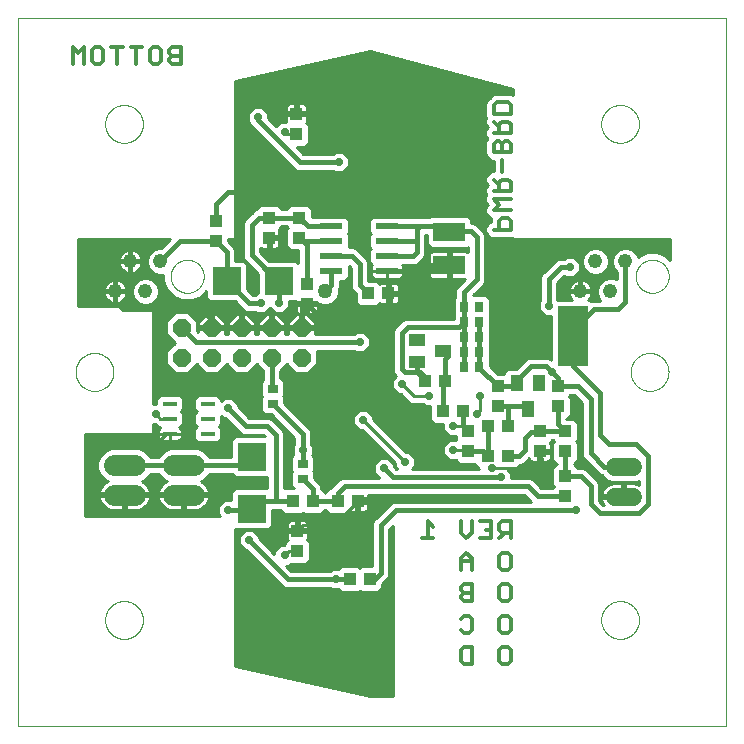
<source format=gbl>
G75*
%MOIN*%
%OFA0B0*%
%FSLAX25Y25*%
%IPPOS*%
%LPD*%
%AMOC8*
5,1,8,0,0,1.08239X$1,22.5*
%
%ADD10C,0.00000*%
%ADD11C,0.01400*%
%ADD12R,0.03937X0.04331*%
%ADD13R,0.10630X0.06299*%
%ADD14R,0.04331X0.03937*%
%ADD15R,0.09449X0.09449*%
%ADD16R,0.03937X0.05512*%
%ADD17R,0.05512X0.03937*%
%ADD18C,0.06000*%
%ADD19R,0.02756X0.03543*%
%ADD20C,0.05000*%
%ADD21R,0.07800X0.02200*%
%ADD22R,0.03543X0.02756*%
%ADD23OC8,0.06000*%
%ADD24C,0.07087*%
%ADD25R,0.10000X0.20000*%
%ADD26C,0.04800*%
%ADD27R,0.04800X0.01600*%
%ADD28C,0.01000*%
%ADD29OC8,0.02775*%
%ADD30C,0.01600*%
%ADD31OC8,0.02400*%
%ADD32OC8,0.03562*%
D10*
X0001000Y0001000D02*
X0001000Y0237220D01*
X0237220Y0237220D01*
X0237220Y0001000D01*
X0001000Y0001000D01*
X0030134Y0036433D02*
X0030136Y0036591D01*
X0030142Y0036749D01*
X0030152Y0036907D01*
X0030166Y0037065D01*
X0030184Y0037222D01*
X0030205Y0037379D01*
X0030231Y0037535D01*
X0030261Y0037691D01*
X0030294Y0037846D01*
X0030332Y0037999D01*
X0030373Y0038152D01*
X0030418Y0038304D01*
X0030467Y0038455D01*
X0030520Y0038604D01*
X0030576Y0038752D01*
X0030636Y0038898D01*
X0030700Y0039043D01*
X0030768Y0039186D01*
X0030839Y0039328D01*
X0030913Y0039468D01*
X0030991Y0039605D01*
X0031073Y0039741D01*
X0031157Y0039875D01*
X0031246Y0040006D01*
X0031337Y0040135D01*
X0031432Y0040262D01*
X0031529Y0040387D01*
X0031630Y0040509D01*
X0031734Y0040628D01*
X0031841Y0040745D01*
X0031951Y0040859D01*
X0032064Y0040970D01*
X0032179Y0041079D01*
X0032297Y0041184D01*
X0032418Y0041286D01*
X0032541Y0041386D01*
X0032667Y0041482D01*
X0032795Y0041575D01*
X0032925Y0041665D01*
X0033058Y0041751D01*
X0033193Y0041835D01*
X0033329Y0041914D01*
X0033468Y0041991D01*
X0033609Y0042063D01*
X0033751Y0042133D01*
X0033895Y0042198D01*
X0034041Y0042260D01*
X0034188Y0042318D01*
X0034337Y0042373D01*
X0034487Y0042424D01*
X0034638Y0042471D01*
X0034790Y0042514D01*
X0034943Y0042553D01*
X0035098Y0042589D01*
X0035253Y0042620D01*
X0035409Y0042648D01*
X0035565Y0042672D01*
X0035722Y0042692D01*
X0035880Y0042708D01*
X0036037Y0042720D01*
X0036196Y0042728D01*
X0036354Y0042732D01*
X0036512Y0042732D01*
X0036670Y0042728D01*
X0036829Y0042720D01*
X0036986Y0042708D01*
X0037144Y0042692D01*
X0037301Y0042672D01*
X0037457Y0042648D01*
X0037613Y0042620D01*
X0037768Y0042589D01*
X0037923Y0042553D01*
X0038076Y0042514D01*
X0038228Y0042471D01*
X0038379Y0042424D01*
X0038529Y0042373D01*
X0038678Y0042318D01*
X0038825Y0042260D01*
X0038971Y0042198D01*
X0039115Y0042133D01*
X0039257Y0042063D01*
X0039398Y0041991D01*
X0039537Y0041914D01*
X0039673Y0041835D01*
X0039808Y0041751D01*
X0039941Y0041665D01*
X0040071Y0041575D01*
X0040199Y0041482D01*
X0040325Y0041386D01*
X0040448Y0041286D01*
X0040569Y0041184D01*
X0040687Y0041079D01*
X0040802Y0040970D01*
X0040915Y0040859D01*
X0041025Y0040745D01*
X0041132Y0040628D01*
X0041236Y0040509D01*
X0041337Y0040387D01*
X0041434Y0040262D01*
X0041529Y0040135D01*
X0041620Y0040006D01*
X0041709Y0039875D01*
X0041793Y0039741D01*
X0041875Y0039605D01*
X0041953Y0039468D01*
X0042027Y0039328D01*
X0042098Y0039186D01*
X0042166Y0039043D01*
X0042230Y0038898D01*
X0042290Y0038752D01*
X0042346Y0038604D01*
X0042399Y0038455D01*
X0042448Y0038304D01*
X0042493Y0038152D01*
X0042534Y0037999D01*
X0042572Y0037846D01*
X0042605Y0037691D01*
X0042635Y0037535D01*
X0042661Y0037379D01*
X0042682Y0037222D01*
X0042700Y0037065D01*
X0042714Y0036907D01*
X0042724Y0036749D01*
X0042730Y0036591D01*
X0042732Y0036433D01*
X0042730Y0036275D01*
X0042724Y0036117D01*
X0042714Y0035959D01*
X0042700Y0035801D01*
X0042682Y0035644D01*
X0042661Y0035487D01*
X0042635Y0035331D01*
X0042605Y0035175D01*
X0042572Y0035020D01*
X0042534Y0034867D01*
X0042493Y0034714D01*
X0042448Y0034562D01*
X0042399Y0034411D01*
X0042346Y0034262D01*
X0042290Y0034114D01*
X0042230Y0033968D01*
X0042166Y0033823D01*
X0042098Y0033680D01*
X0042027Y0033538D01*
X0041953Y0033398D01*
X0041875Y0033261D01*
X0041793Y0033125D01*
X0041709Y0032991D01*
X0041620Y0032860D01*
X0041529Y0032731D01*
X0041434Y0032604D01*
X0041337Y0032479D01*
X0041236Y0032357D01*
X0041132Y0032238D01*
X0041025Y0032121D01*
X0040915Y0032007D01*
X0040802Y0031896D01*
X0040687Y0031787D01*
X0040569Y0031682D01*
X0040448Y0031580D01*
X0040325Y0031480D01*
X0040199Y0031384D01*
X0040071Y0031291D01*
X0039941Y0031201D01*
X0039808Y0031115D01*
X0039673Y0031031D01*
X0039537Y0030952D01*
X0039398Y0030875D01*
X0039257Y0030803D01*
X0039115Y0030733D01*
X0038971Y0030668D01*
X0038825Y0030606D01*
X0038678Y0030548D01*
X0038529Y0030493D01*
X0038379Y0030442D01*
X0038228Y0030395D01*
X0038076Y0030352D01*
X0037923Y0030313D01*
X0037768Y0030277D01*
X0037613Y0030246D01*
X0037457Y0030218D01*
X0037301Y0030194D01*
X0037144Y0030174D01*
X0036986Y0030158D01*
X0036829Y0030146D01*
X0036670Y0030138D01*
X0036512Y0030134D01*
X0036354Y0030134D01*
X0036196Y0030138D01*
X0036037Y0030146D01*
X0035880Y0030158D01*
X0035722Y0030174D01*
X0035565Y0030194D01*
X0035409Y0030218D01*
X0035253Y0030246D01*
X0035098Y0030277D01*
X0034943Y0030313D01*
X0034790Y0030352D01*
X0034638Y0030395D01*
X0034487Y0030442D01*
X0034337Y0030493D01*
X0034188Y0030548D01*
X0034041Y0030606D01*
X0033895Y0030668D01*
X0033751Y0030733D01*
X0033609Y0030803D01*
X0033468Y0030875D01*
X0033329Y0030952D01*
X0033193Y0031031D01*
X0033058Y0031115D01*
X0032925Y0031201D01*
X0032795Y0031291D01*
X0032667Y0031384D01*
X0032541Y0031480D01*
X0032418Y0031580D01*
X0032297Y0031682D01*
X0032179Y0031787D01*
X0032064Y0031896D01*
X0031951Y0032007D01*
X0031841Y0032121D01*
X0031734Y0032238D01*
X0031630Y0032357D01*
X0031529Y0032479D01*
X0031432Y0032604D01*
X0031337Y0032731D01*
X0031246Y0032860D01*
X0031157Y0032991D01*
X0031073Y0033125D01*
X0030991Y0033261D01*
X0030913Y0033398D01*
X0030839Y0033538D01*
X0030768Y0033680D01*
X0030700Y0033823D01*
X0030636Y0033968D01*
X0030576Y0034114D01*
X0030520Y0034262D01*
X0030467Y0034411D01*
X0030418Y0034562D01*
X0030373Y0034714D01*
X0030332Y0034867D01*
X0030294Y0035020D01*
X0030261Y0035175D01*
X0030231Y0035331D01*
X0030205Y0035487D01*
X0030184Y0035644D01*
X0030166Y0035801D01*
X0030152Y0035959D01*
X0030142Y0036117D01*
X0030136Y0036275D01*
X0030134Y0036433D01*
X0020292Y0119110D02*
X0020294Y0119268D01*
X0020300Y0119426D01*
X0020310Y0119584D01*
X0020324Y0119742D01*
X0020342Y0119899D01*
X0020363Y0120056D01*
X0020389Y0120212D01*
X0020419Y0120368D01*
X0020452Y0120523D01*
X0020490Y0120676D01*
X0020531Y0120829D01*
X0020576Y0120981D01*
X0020625Y0121132D01*
X0020678Y0121281D01*
X0020734Y0121429D01*
X0020794Y0121575D01*
X0020858Y0121720D01*
X0020926Y0121863D01*
X0020997Y0122005D01*
X0021071Y0122145D01*
X0021149Y0122282D01*
X0021231Y0122418D01*
X0021315Y0122552D01*
X0021404Y0122683D01*
X0021495Y0122812D01*
X0021590Y0122939D01*
X0021687Y0123064D01*
X0021788Y0123186D01*
X0021892Y0123305D01*
X0021999Y0123422D01*
X0022109Y0123536D01*
X0022222Y0123647D01*
X0022337Y0123756D01*
X0022455Y0123861D01*
X0022576Y0123963D01*
X0022699Y0124063D01*
X0022825Y0124159D01*
X0022953Y0124252D01*
X0023083Y0124342D01*
X0023216Y0124428D01*
X0023351Y0124512D01*
X0023487Y0124591D01*
X0023626Y0124668D01*
X0023767Y0124740D01*
X0023909Y0124810D01*
X0024053Y0124875D01*
X0024199Y0124937D01*
X0024346Y0124995D01*
X0024495Y0125050D01*
X0024645Y0125101D01*
X0024796Y0125148D01*
X0024948Y0125191D01*
X0025101Y0125230D01*
X0025256Y0125266D01*
X0025411Y0125297D01*
X0025567Y0125325D01*
X0025723Y0125349D01*
X0025880Y0125369D01*
X0026038Y0125385D01*
X0026195Y0125397D01*
X0026354Y0125405D01*
X0026512Y0125409D01*
X0026670Y0125409D01*
X0026828Y0125405D01*
X0026987Y0125397D01*
X0027144Y0125385D01*
X0027302Y0125369D01*
X0027459Y0125349D01*
X0027615Y0125325D01*
X0027771Y0125297D01*
X0027926Y0125266D01*
X0028081Y0125230D01*
X0028234Y0125191D01*
X0028386Y0125148D01*
X0028537Y0125101D01*
X0028687Y0125050D01*
X0028836Y0124995D01*
X0028983Y0124937D01*
X0029129Y0124875D01*
X0029273Y0124810D01*
X0029415Y0124740D01*
X0029556Y0124668D01*
X0029695Y0124591D01*
X0029831Y0124512D01*
X0029966Y0124428D01*
X0030099Y0124342D01*
X0030229Y0124252D01*
X0030357Y0124159D01*
X0030483Y0124063D01*
X0030606Y0123963D01*
X0030727Y0123861D01*
X0030845Y0123756D01*
X0030960Y0123647D01*
X0031073Y0123536D01*
X0031183Y0123422D01*
X0031290Y0123305D01*
X0031394Y0123186D01*
X0031495Y0123064D01*
X0031592Y0122939D01*
X0031687Y0122812D01*
X0031778Y0122683D01*
X0031867Y0122552D01*
X0031951Y0122418D01*
X0032033Y0122282D01*
X0032111Y0122145D01*
X0032185Y0122005D01*
X0032256Y0121863D01*
X0032324Y0121720D01*
X0032388Y0121575D01*
X0032448Y0121429D01*
X0032504Y0121281D01*
X0032557Y0121132D01*
X0032606Y0120981D01*
X0032651Y0120829D01*
X0032692Y0120676D01*
X0032730Y0120523D01*
X0032763Y0120368D01*
X0032793Y0120212D01*
X0032819Y0120056D01*
X0032840Y0119899D01*
X0032858Y0119742D01*
X0032872Y0119584D01*
X0032882Y0119426D01*
X0032888Y0119268D01*
X0032890Y0119110D01*
X0032888Y0118952D01*
X0032882Y0118794D01*
X0032872Y0118636D01*
X0032858Y0118478D01*
X0032840Y0118321D01*
X0032819Y0118164D01*
X0032793Y0118008D01*
X0032763Y0117852D01*
X0032730Y0117697D01*
X0032692Y0117544D01*
X0032651Y0117391D01*
X0032606Y0117239D01*
X0032557Y0117088D01*
X0032504Y0116939D01*
X0032448Y0116791D01*
X0032388Y0116645D01*
X0032324Y0116500D01*
X0032256Y0116357D01*
X0032185Y0116215D01*
X0032111Y0116075D01*
X0032033Y0115938D01*
X0031951Y0115802D01*
X0031867Y0115668D01*
X0031778Y0115537D01*
X0031687Y0115408D01*
X0031592Y0115281D01*
X0031495Y0115156D01*
X0031394Y0115034D01*
X0031290Y0114915D01*
X0031183Y0114798D01*
X0031073Y0114684D01*
X0030960Y0114573D01*
X0030845Y0114464D01*
X0030727Y0114359D01*
X0030606Y0114257D01*
X0030483Y0114157D01*
X0030357Y0114061D01*
X0030229Y0113968D01*
X0030099Y0113878D01*
X0029966Y0113792D01*
X0029831Y0113708D01*
X0029695Y0113629D01*
X0029556Y0113552D01*
X0029415Y0113480D01*
X0029273Y0113410D01*
X0029129Y0113345D01*
X0028983Y0113283D01*
X0028836Y0113225D01*
X0028687Y0113170D01*
X0028537Y0113119D01*
X0028386Y0113072D01*
X0028234Y0113029D01*
X0028081Y0112990D01*
X0027926Y0112954D01*
X0027771Y0112923D01*
X0027615Y0112895D01*
X0027459Y0112871D01*
X0027302Y0112851D01*
X0027144Y0112835D01*
X0026987Y0112823D01*
X0026828Y0112815D01*
X0026670Y0112811D01*
X0026512Y0112811D01*
X0026354Y0112815D01*
X0026195Y0112823D01*
X0026038Y0112835D01*
X0025880Y0112851D01*
X0025723Y0112871D01*
X0025567Y0112895D01*
X0025411Y0112923D01*
X0025256Y0112954D01*
X0025101Y0112990D01*
X0024948Y0113029D01*
X0024796Y0113072D01*
X0024645Y0113119D01*
X0024495Y0113170D01*
X0024346Y0113225D01*
X0024199Y0113283D01*
X0024053Y0113345D01*
X0023909Y0113410D01*
X0023767Y0113480D01*
X0023626Y0113552D01*
X0023487Y0113629D01*
X0023351Y0113708D01*
X0023216Y0113792D01*
X0023083Y0113878D01*
X0022953Y0113968D01*
X0022825Y0114061D01*
X0022699Y0114157D01*
X0022576Y0114257D01*
X0022455Y0114359D01*
X0022337Y0114464D01*
X0022222Y0114573D01*
X0022109Y0114684D01*
X0021999Y0114798D01*
X0021892Y0114915D01*
X0021788Y0115034D01*
X0021687Y0115156D01*
X0021590Y0115281D01*
X0021495Y0115408D01*
X0021404Y0115537D01*
X0021315Y0115668D01*
X0021231Y0115802D01*
X0021149Y0115938D01*
X0021071Y0116075D01*
X0020997Y0116215D01*
X0020926Y0116357D01*
X0020858Y0116500D01*
X0020794Y0116645D01*
X0020734Y0116791D01*
X0020678Y0116939D01*
X0020625Y0117088D01*
X0020576Y0117239D01*
X0020531Y0117391D01*
X0020490Y0117544D01*
X0020452Y0117697D01*
X0020419Y0117852D01*
X0020389Y0118008D01*
X0020363Y0118164D01*
X0020342Y0118321D01*
X0020324Y0118478D01*
X0020310Y0118636D01*
X0020300Y0118794D01*
X0020294Y0118952D01*
X0020292Y0119110D01*
X0051988Y0151000D02*
X0051990Y0151148D01*
X0051996Y0151296D01*
X0052006Y0151444D01*
X0052020Y0151591D01*
X0052038Y0151738D01*
X0052059Y0151884D01*
X0052085Y0152030D01*
X0052115Y0152175D01*
X0052148Y0152319D01*
X0052186Y0152462D01*
X0052227Y0152604D01*
X0052272Y0152745D01*
X0052320Y0152885D01*
X0052373Y0153024D01*
X0052429Y0153161D01*
X0052489Y0153296D01*
X0052552Y0153430D01*
X0052619Y0153562D01*
X0052690Y0153692D01*
X0052764Y0153820D01*
X0052841Y0153946D01*
X0052922Y0154070D01*
X0053006Y0154192D01*
X0053093Y0154311D01*
X0053184Y0154428D01*
X0053278Y0154543D01*
X0053374Y0154655D01*
X0053474Y0154765D01*
X0053576Y0154871D01*
X0053682Y0154975D01*
X0053790Y0155076D01*
X0053901Y0155174D01*
X0054014Y0155270D01*
X0054130Y0155362D01*
X0054248Y0155451D01*
X0054369Y0155536D01*
X0054492Y0155619D01*
X0054617Y0155698D01*
X0054744Y0155774D01*
X0054873Y0155846D01*
X0055004Y0155915D01*
X0055137Y0155980D01*
X0055272Y0156041D01*
X0055408Y0156099D01*
X0055545Y0156154D01*
X0055684Y0156204D01*
X0055825Y0156251D01*
X0055966Y0156294D01*
X0056109Y0156334D01*
X0056253Y0156369D01*
X0056397Y0156401D01*
X0056543Y0156428D01*
X0056689Y0156452D01*
X0056836Y0156472D01*
X0056983Y0156488D01*
X0057130Y0156500D01*
X0057278Y0156508D01*
X0057426Y0156512D01*
X0057574Y0156512D01*
X0057722Y0156508D01*
X0057870Y0156500D01*
X0058017Y0156488D01*
X0058164Y0156472D01*
X0058311Y0156452D01*
X0058457Y0156428D01*
X0058603Y0156401D01*
X0058747Y0156369D01*
X0058891Y0156334D01*
X0059034Y0156294D01*
X0059175Y0156251D01*
X0059316Y0156204D01*
X0059455Y0156154D01*
X0059592Y0156099D01*
X0059728Y0156041D01*
X0059863Y0155980D01*
X0059996Y0155915D01*
X0060127Y0155846D01*
X0060256Y0155774D01*
X0060383Y0155698D01*
X0060508Y0155619D01*
X0060631Y0155536D01*
X0060752Y0155451D01*
X0060870Y0155362D01*
X0060986Y0155270D01*
X0061099Y0155174D01*
X0061210Y0155076D01*
X0061318Y0154975D01*
X0061424Y0154871D01*
X0061526Y0154765D01*
X0061626Y0154655D01*
X0061722Y0154543D01*
X0061816Y0154428D01*
X0061907Y0154311D01*
X0061994Y0154192D01*
X0062078Y0154070D01*
X0062159Y0153946D01*
X0062236Y0153820D01*
X0062310Y0153692D01*
X0062381Y0153562D01*
X0062448Y0153430D01*
X0062511Y0153296D01*
X0062571Y0153161D01*
X0062627Y0153024D01*
X0062680Y0152885D01*
X0062728Y0152745D01*
X0062773Y0152604D01*
X0062814Y0152462D01*
X0062852Y0152319D01*
X0062885Y0152175D01*
X0062915Y0152030D01*
X0062941Y0151884D01*
X0062962Y0151738D01*
X0062980Y0151591D01*
X0062994Y0151444D01*
X0063004Y0151296D01*
X0063010Y0151148D01*
X0063012Y0151000D01*
X0063010Y0150852D01*
X0063004Y0150704D01*
X0062994Y0150556D01*
X0062980Y0150409D01*
X0062962Y0150262D01*
X0062941Y0150116D01*
X0062915Y0149970D01*
X0062885Y0149825D01*
X0062852Y0149681D01*
X0062814Y0149538D01*
X0062773Y0149396D01*
X0062728Y0149255D01*
X0062680Y0149115D01*
X0062627Y0148976D01*
X0062571Y0148839D01*
X0062511Y0148704D01*
X0062448Y0148570D01*
X0062381Y0148438D01*
X0062310Y0148308D01*
X0062236Y0148180D01*
X0062159Y0148054D01*
X0062078Y0147930D01*
X0061994Y0147808D01*
X0061907Y0147689D01*
X0061816Y0147572D01*
X0061722Y0147457D01*
X0061626Y0147345D01*
X0061526Y0147235D01*
X0061424Y0147129D01*
X0061318Y0147025D01*
X0061210Y0146924D01*
X0061099Y0146826D01*
X0060986Y0146730D01*
X0060870Y0146638D01*
X0060752Y0146549D01*
X0060631Y0146464D01*
X0060508Y0146381D01*
X0060383Y0146302D01*
X0060256Y0146226D01*
X0060127Y0146154D01*
X0059996Y0146085D01*
X0059863Y0146020D01*
X0059728Y0145959D01*
X0059592Y0145901D01*
X0059455Y0145846D01*
X0059316Y0145796D01*
X0059175Y0145749D01*
X0059034Y0145706D01*
X0058891Y0145666D01*
X0058747Y0145631D01*
X0058603Y0145599D01*
X0058457Y0145572D01*
X0058311Y0145548D01*
X0058164Y0145528D01*
X0058017Y0145512D01*
X0057870Y0145500D01*
X0057722Y0145492D01*
X0057574Y0145488D01*
X0057426Y0145488D01*
X0057278Y0145492D01*
X0057130Y0145500D01*
X0056983Y0145512D01*
X0056836Y0145528D01*
X0056689Y0145548D01*
X0056543Y0145572D01*
X0056397Y0145599D01*
X0056253Y0145631D01*
X0056109Y0145666D01*
X0055966Y0145706D01*
X0055825Y0145749D01*
X0055684Y0145796D01*
X0055545Y0145846D01*
X0055408Y0145901D01*
X0055272Y0145959D01*
X0055137Y0146020D01*
X0055004Y0146085D01*
X0054873Y0146154D01*
X0054744Y0146226D01*
X0054617Y0146302D01*
X0054492Y0146381D01*
X0054369Y0146464D01*
X0054248Y0146549D01*
X0054130Y0146638D01*
X0054014Y0146730D01*
X0053901Y0146826D01*
X0053790Y0146924D01*
X0053682Y0147025D01*
X0053576Y0147129D01*
X0053474Y0147235D01*
X0053374Y0147345D01*
X0053278Y0147457D01*
X0053184Y0147572D01*
X0053093Y0147689D01*
X0053006Y0147808D01*
X0052922Y0147930D01*
X0052841Y0148054D01*
X0052764Y0148180D01*
X0052690Y0148308D01*
X0052619Y0148438D01*
X0052552Y0148570D01*
X0052489Y0148704D01*
X0052429Y0148839D01*
X0052373Y0148976D01*
X0052320Y0149115D01*
X0052272Y0149255D01*
X0052227Y0149396D01*
X0052186Y0149538D01*
X0052148Y0149681D01*
X0052115Y0149825D01*
X0052085Y0149970D01*
X0052059Y0150116D01*
X0052038Y0150262D01*
X0052020Y0150409D01*
X0052006Y0150556D01*
X0051996Y0150704D01*
X0051990Y0150852D01*
X0051988Y0151000D01*
X0030134Y0201787D02*
X0030136Y0201945D01*
X0030142Y0202103D01*
X0030152Y0202261D01*
X0030166Y0202419D01*
X0030184Y0202576D01*
X0030205Y0202733D01*
X0030231Y0202889D01*
X0030261Y0203045D01*
X0030294Y0203200D01*
X0030332Y0203353D01*
X0030373Y0203506D01*
X0030418Y0203658D01*
X0030467Y0203809D01*
X0030520Y0203958D01*
X0030576Y0204106D01*
X0030636Y0204252D01*
X0030700Y0204397D01*
X0030768Y0204540D01*
X0030839Y0204682D01*
X0030913Y0204822D01*
X0030991Y0204959D01*
X0031073Y0205095D01*
X0031157Y0205229D01*
X0031246Y0205360D01*
X0031337Y0205489D01*
X0031432Y0205616D01*
X0031529Y0205741D01*
X0031630Y0205863D01*
X0031734Y0205982D01*
X0031841Y0206099D01*
X0031951Y0206213D01*
X0032064Y0206324D01*
X0032179Y0206433D01*
X0032297Y0206538D01*
X0032418Y0206640D01*
X0032541Y0206740D01*
X0032667Y0206836D01*
X0032795Y0206929D01*
X0032925Y0207019D01*
X0033058Y0207105D01*
X0033193Y0207189D01*
X0033329Y0207268D01*
X0033468Y0207345D01*
X0033609Y0207417D01*
X0033751Y0207487D01*
X0033895Y0207552D01*
X0034041Y0207614D01*
X0034188Y0207672D01*
X0034337Y0207727D01*
X0034487Y0207778D01*
X0034638Y0207825D01*
X0034790Y0207868D01*
X0034943Y0207907D01*
X0035098Y0207943D01*
X0035253Y0207974D01*
X0035409Y0208002D01*
X0035565Y0208026D01*
X0035722Y0208046D01*
X0035880Y0208062D01*
X0036037Y0208074D01*
X0036196Y0208082D01*
X0036354Y0208086D01*
X0036512Y0208086D01*
X0036670Y0208082D01*
X0036829Y0208074D01*
X0036986Y0208062D01*
X0037144Y0208046D01*
X0037301Y0208026D01*
X0037457Y0208002D01*
X0037613Y0207974D01*
X0037768Y0207943D01*
X0037923Y0207907D01*
X0038076Y0207868D01*
X0038228Y0207825D01*
X0038379Y0207778D01*
X0038529Y0207727D01*
X0038678Y0207672D01*
X0038825Y0207614D01*
X0038971Y0207552D01*
X0039115Y0207487D01*
X0039257Y0207417D01*
X0039398Y0207345D01*
X0039537Y0207268D01*
X0039673Y0207189D01*
X0039808Y0207105D01*
X0039941Y0207019D01*
X0040071Y0206929D01*
X0040199Y0206836D01*
X0040325Y0206740D01*
X0040448Y0206640D01*
X0040569Y0206538D01*
X0040687Y0206433D01*
X0040802Y0206324D01*
X0040915Y0206213D01*
X0041025Y0206099D01*
X0041132Y0205982D01*
X0041236Y0205863D01*
X0041337Y0205741D01*
X0041434Y0205616D01*
X0041529Y0205489D01*
X0041620Y0205360D01*
X0041709Y0205229D01*
X0041793Y0205095D01*
X0041875Y0204959D01*
X0041953Y0204822D01*
X0042027Y0204682D01*
X0042098Y0204540D01*
X0042166Y0204397D01*
X0042230Y0204252D01*
X0042290Y0204106D01*
X0042346Y0203958D01*
X0042399Y0203809D01*
X0042448Y0203658D01*
X0042493Y0203506D01*
X0042534Y0203353D01*
X0042572Y0203200D01*
X0042605Y0203045D01*
X0042635Y0202889D01*
X0042661Y0202733D01*
X0042682Y0202576D01*
X0042700Y0202419D01*
X0042714Y0202261D01*
X0042724Y0202103D01*
X0042730Y0201945D01*
X0042732Y0201787D01*
X0042730Y0201629D01*
X0042724Y0201471D01*
X0042714Y0201313D01*
X0042700Y0201155D01*
X0042682Y0200998D01*
X0042661Y0200841D01*
X0042635Y0200685D01*
X0042605Y0200529D01*
X0042572Y0200374D01*
X0042534Y0200221D01*
X0042493Y0200068D01*
X0042448Y0199916D01*
X0042399Y0199765D01*
X0042346Y0199616D01*
X0042290Y0199468D01*
X0042230Y0199322D01*
X0042166Y0199177D01*
X0042098Y0199034D01*
X0042027Y0198892D01*
X0041953Y0198752D01*
X0041875Y0198615D01*
X0041793Y0198479D01*
X0041709Y0198345D01*
X0041620Y0198214D01*
X0041529Y0198085D01*
X0041434Y0197958D01*
X0041337Y0197833D01*
X0041236Y0197711D01*
X0041132Y0197592D01*
X0041025Y0197475D01*
X0040915Y0197361D01*
X0040802Y0197250D01*
X0040687Y0197141D01*
X0040569Y0197036D01*
X0040448Y0196934D01*
X0040325Y0196834D01*
X0040199Y0196738D01*
X0040071Y0196645D01*
X0039941Y0196555D01*
X0039808Y0196469D01*
X0039673Y0196385D01*
X0039537Y0196306D01*
X0039398Y0196229D01*
X0039257Y0196157D01*
X0039115Y0196087D01*
X0038971Y0196022D01*
X0038825Y0195960D01*
X0038678Y0195902D01*
X0038529Y0195847D01*
X0038379Y0195796D01*
X0038228Y0195749D01*
X0038076Y0195706D01*
X0037923Y0195667D01*
X0037768Y0195631D01*
X0037613Y0195600D01*
X0037457Y0195572D01*
X0037301Y0195548D01*
X0037144Y0195528D01*
X0036986Y0195512D01*
X0036829Y0195500D01*
X0036670Y0195492D01*
X0036512Y0195488D01*
X0036354Y0195488D01*
X0036196Y0195492D01*
X0036037Y0195500D01*
X0035880Y0195512D01*
X0035722Y0195528D01*
X0035565Y0195548D01*
X0035409Y0195572D01*
X0035253Y0195600D01*
X0035098Y0195631D01*
X0034943Y0195667D01*
X0034790Y0195706D01*
X0034638Y0195749D01*
X0034487Y0195796D01*
X0034337Y0195847D01*
X0034188Y0195902D01*
X0034041Y0195960D01*
X0033895Y0196022D01*
X0033751Y0196087D01*
X0033609Y0196157D01*
X0033468Y0196229D01*
X0033329Y0196306D01*
X0033193Y0196385D01*
X0033058Y0196469D01*
X0032925Y0196555D01*
X0032795Y0196645D01*
X0032667Y0196738D01*
X0032541Y0196834D01*
X0032418Y0196934D01*
X0032297Y0197036D01*
X0032179Y0197141D01*
X0032064Y0197250D01*
X0031951Y0197361D01*
X0031841Y0197475D01*
X0031734Y0197592D01*
X0031630Y0197711D01*
X0031529Y0197833D01*
X0031432Y0197958D01*
X0031337Y0198085D01*
X0031246Y0198214D01*
X0031157Y0198345D01*
X0031073Y0198479D01*
X0030991Y0198615D01*
X0030913Y0198752D01*
X0030839Y0198892D01*
X0030768Y0199034D01*
X0030700Y0199177D01*
X0030636Y0199322D01*
X0030576Y0199468D01*
X0030520Y0199616D01*
X0030467Y0199765D01*
X0030418Y0199916D01*
X0030373Y0200068D01*
X0030332Y0200221D01*
X0030294Y0200374D01*
X0030261Y0200529D01*
X0030231Y0200685D01*
X0030205Y0200841D01*
X0030184Y0200998D01*
X0030166Y0201155D01*
X0030152Y0201313D01*
X0030142Y0201471D01*
X0030136Y0201629D01*
X0030134Y0201787D01*
X0195488Y0201787D02*
X0195490Y0201945D01*
X0195496Y0202103D01*
X0195506Y0202261D01*
X0195520Y0202419D01*
X0195538Y0202576D01*
X0195559Y0202733D01*
X0195585Y0202889D01*
X0195615Y0203045D01*
X0195648Y0203200D01*
X0195686Y0203353D01*
X0195727Y0203506D01*
X0195772Y0203658D01*
X0195821Y0203809D01*
X0195874Y0203958D01*
X0195930Y0204106D01*
X0195990Y0204252D01*
X0196054Y0204397D01*
X0196122Y0204540D01*
X0196193Y0204682D01*
X0196267Y0204822D01*
X0196345Y0204959D01*
X0196427Y0205095D01*
X0196511Y0205229D01*
X0196600Y0205360D01*
X0196691Y0205489D01*
X0196786Y0205616D01*
X0196883Y0205741D01*
X0196984Y0205863D01*
X0197088Y0205982D01*
X0197195Y0206099D01*
X0197305Y0206213D01*
X0197418Y0206324D01*
X0197533Y0206433D01*
X0197651Y0206538D01*
X0197772Y0206640D01*
X0197895Y0206740D01*
X0198021Y0206836D01*
X0198149Y0206929D01*
X0198279Y0207019D01*
X0198412Y0207105D01*
X0198547Y0207189D01*
X0198683Y0207268D01*
X0198822Y0207345D01*
X0198963Y0207417D01*
X0199105Y0207487D01*
X0199249Y0207552D01*
X0199395Y0207614D01*
X0199542Y0207672D01*
X0199691Y0207727D01*
X0199841Y0207778D01*
X0199992Y0207825D01*
X0200144Y0207868D01*
X0200297Y0207907D01*
X0200452Y0207943D01*
X0200607Y0207974D01*
X0200763Y0208002D01*
X0200919Y0208026D01*
X0201076Y0208046D01*
X0201234Y0208062D01*
X0201391Y0208074D01*
X0201550Y0208082D01*
X0201708Y0208086D01*
X0201866Y0208086D01*
X0202024Y0208082D01*
X0202183Y0208074D01*
X0202340Y0208062D01*
X0202498Y0208046D01*
X0202655Y0208026D01*
X0202811Y0208002D01*
X0202967Y0207974D01*
X0203122Y0207943D01*
X0203277Y0207907D01*
X0203430Y0207868D01*
X0203582Y0207825D01*
X0203733Y0207778D01*
X0203883Y0207727D01*
X0204032Y0207672D01*
X0204179Y0207614D01*
X0204325Y0207552D01*
X0204469Y0207487D01*
X0204611Y0207417D01*
X0204752Y0207345D01*
X0204891Y0207268D01*
X0205027Y0207189D01*
X0205162Y0207105D01*
X0205295Y0207019D01*
X0205425Y0206929D01*
X0205553Y0206836D01*
X0205679Y0206740D01*
X0205802Y0206640D01*
X0205923Y0206538D01*
X0206041Y0206433D01*
X0206156Y0206324D01*
X0206269Y0206213D01*
X0206379Y0206099D01*
X0206486Y0205982D01*
X0206590Y0205863D01*
X0206691Y0205741D01*
X0206788Y0205616D01*
X0206883Y0205489D01*
X0206974Y0205360D01*
X0207063Y0205229D01*
X0207147Y0205095D01*
X0207229Y0204959D01*
X0207307Y0204822D01*
X0207381Y0204682D01*
X0207452Y0204540D01*
X0207520Y0204397D01*
X0207584Y0204252D01*
X0207644Y0204106D01*
X0207700Y0203958D01*
X0207753Y0203809D01*
X0207802Y0203658D01*
X0207847Y0203506D01*
X0207888Y0203353D01*
X0207926Y0203200D01*
X0207959Y0203045D01*
X0207989Y0202889D01*
X0208015Y0202733D01*
X0208036Y0202576D01*
X0208054Y0202419D01*
X0208068Y0202261D01*
X0208078Y0202103D01*
X0208084Y0201945D01*
X0208086Y0201787D01*
X0208084Y0201629D01*
X0208078Y0201471D01*
X0208068Y0201313D01*
X0208054Y0201155D01*
X0208036Y0200998D01*
X0208015Y0200841D01*
X0207989Y0200685D01*
X0207959Y0200529D01*
X0207926Y0200374D01*
X0207888Y0200221D01*
X0207847Y0200068D01*
X0207802Y0199916D01*
X0207753Y0199765D01*
X0207700Y0199616D01*
X0207644Y0199468D01*
X0207584Y0199322D01*
X0207520Y0199177D01*
X0207452Y0199034D01*
X0207381Y0198892D01*
X0207307Y0198752D01*
X0207229Y0198615D01*
X0207147Y0198479D01*
X0207063Y0198345D01*
X0206974Y0198214D01*
X0206883Y0198085D01*
X0206788Y0197958D01*
X0206691Y0197833D01*
X0206590Y0197711D01*
X0206486Y0197592D01*
X0206379Y0197475D01*
X0206269Y0197361D01*
X0206156Y0197250D01*
X0206041Y0197141D01*
X0205923Y0197036D01*
X0205802Y0196934D01*
X0205679Y0196834D01*
X0205553Y0196738D01*
X0205425Y0196645D01*
X0205295Y0196555D01*
X0205162Y0196469D01*
X0205027Y0196385D01*
X0204891Y0196306D01*
X0204752Y0196229D01*
X0204611Y0196157D01*
X0204469Y0196087D01*
X0204325Y0196022D01*
X0204179Y0195960D01*
X0204032Y0195902D01*
X0203883Y0195847D01*
X0203733Y0195796D01*
X0203582Y0195749D01*
X0203430Y0195706D01*
X0203277Y0195667D01*
X0203122Y0195631D01*
X0202967Y0195600D01*
X0202811Y0195572D01*
X0202655Y0195548D01*
X0202498Y0195528D01*
X0202340Y0195512D01*
X0202183Y0195500D01*
X0202024Y0195492D01*
X0201866Y0195488D01*
X0201708Y0195488D01*
X0201550Y0195492D01*
X0201391Y0195500D01*
X0201234Y0195512D01*
X0201076Y0195528D01*
X0200919Y0195548D01*
X0200763Y0195572D01*
X0200607Y0195600D01*
X0200452Y0195631D01*
X0200297Y0195667D01*
X0200144Y0195706D01*
X0199992Y0195749D01*
X0199841Y0195796D01*
X0199691Y0195847D01*
X0199542Y0195902D01*
X0199395Y0195960D01*
X0199249Y0196022D01*
X0199105Y0196087D01*
X0198963Y0196157D01*
X0198822Y0196229D01*
X0198683Y0196306D01*
X0198547Y0196385D01*
X0198412Y0196469D01*
X0198279Y0196555D01*
X0198149Y0196645D01*
X0198021Y0196738D01*
X0197895Y0196834D01*
X0197772Y0196934D01*
X0197651Y0197036D01*
X0197533Y0197141D01*
X0197418Y0197250D01*
X0197305Y0197361D01*
X0197195Y0197475D01*
X0197088Y0197592D01*
X0196984Y0197711D01*
X0196883Y0197833D01*
X0196786Y0197958D01*
X0196691Y0198085D01*
X0196600Y0198214D01*
X0196511Y0198345D01*
X0196427Y0198479D01*
X0196345Y0198615D01*
X0196267Y0198752D01*
X0196193Y0198892D01*
X0196122Y0199034D01*
X0196054Y0199177D01*
X0195990Y0199322D01*
X0195930Y0199468D01*
X0195874Y0199616D01*
X0195821Y0199765D01*
X0195772Y0199916D01*
X0195727Y0200068D01*
X0195686Y0200221D01*
X0195648Y0200374D01*
X0195615Y0200529D01*
X0195585Y0200685D01*
X0195559Y0200841D01*
X0195538Y0200998D01*
X0195520Y0201155D01*
X0195506Y0201313D01*
X0195496Y0201471D01*
X0195490Y0201629D01*
X0195488Y0201787D01*
X0206988Y0151000D02*
X0206990Y0151148D01*
X0206996Y0151296D01*
X0207006Y0151444D01*
X0207020Y0151591D01*
X0207038Y0151738D01*
X0207059Y0151884D01*
X0207085Y0152030D01*
X0207115Y0152175D01*
X0207148Y0152319D01*
X0207186Y0152462D01*
X0207227Y0152604D01*
X0207272Y0152745D01*
X0207320Y0152885D01*
X0207373Y0153024D01*
X0207429Y0153161D01*
X0207489Y0153296D01*
X0207552Y0153430D01*
X0207619Y0153562D01*
X0207690Y0153692D01*
X0207764Y0153820D01*
X0207841Y0153946D01*
X0207922Y0154070D01*
X0208006Y0154192D01*
X0208093Y0154311D01*
X0208184Y0154428D01*
X0208278Y0154543D01*
X0208374Y0154655D01*
X0208474Y0154765D01*
X0208576Y0154871D01*
X0208682Y0154975D01*
X0208790Y0155076D01*
X0208901Y0155174D01*
X0209014Y0155270D01*
X0209130Y0155362D01*
X0209248Y0155451D01*
X0209369Y0155536D01*
X0209492Y0155619D01*
X0209617Y0155698D01*
X0209744Y0155774D01*
X0209873Y0155846D01*
X0210004Y0155915D01*
X0210137Y0155980D01*
X0210272Y0156041D01*
X0210408Y0156099D01*
X0210545Y0156154D01*
X0210684Y0156204D01*
X0210825Y0156251D01*
X0210966Y0156294D01*
X0211109Y0156334D01*
X0211253Y0156369D01*
X0211397Y0156401D01*
X0211543Y0156428D01*
X0211689Y0156452D01*
X0211836Y0156472D01*
X0211983Y0156488D01*
X0212130Y0156500D01*
X0212278Y0156508D01*
X0212426Y0156512D01*
X0212574Y0156512D01*
X0212722Y0156508D01*
X0212870Y0156500D01*
X0213017Y0156488D01*
X0213164Y0156472D01*
X0213311Y0156452D01*
X0213457Y0156428D01*
X0213603Y0156401D01*
X0213747Y0156369D01*
X0213891Y0156334D01*
X0214034Y0156294D01*
X0214175Y0156251D01*
X0214316Y0156204D01*
X0214455Y0156154D01*
X0214592Y0156099D01*
X0214728Y0156041D01*
X0214863Y0155980D01*
X0214996Y0155915D01*
X0215127Y0155846D01*
X0215256Y0155774D01*
X0215383Y0155698D01*
X0215508Y0155619D01*
X0215631Y0155536D01*
X0215752Y0155451D01*
X0215870Y0155362D01*
X0215986Y0155270D01*
X0216099Y0155174D01*
X0216210Y0155076D01*
X0216318Y0154975D01*
X0216424Y0154871D01*
X0216526Y0154765D01*
X0216626Y0154655D01*
X0216722Y0154543D01*
X0216816Y0154428D01*
X0216907Y0154311D01*
X0216994Y0154192D01*
X0217078Y0154070D01*
X0217159Y0153946D01*
X0217236Y0153820D01*
X0217310Y0153692D01*
X0217381Y0153562D01*
X0217448Y0153430D01*
X0217511Y0153296D01*
X0217571Y0153161D01*
X0217627Y0153024D01*
X0217680Y0152885D01*
X0217728Y0152745D01*
X0217773Y0152604D01*
X0217814Y0152462D01*
X0217852Y0152319D01*
X0217885Y0152175D01*
X0217915Y0152030D01*
X0217941Y0151884D01*
X0217962Y0151738D01*
X0217980Y0151591D01*
X0217994Y0151444D01*
X0218004Y0151296D01*
X0218010Y0151148D01*
X0218012Y0151000D01*
X0218010Y0150852D01*
X0218004Y0150704D01*
X0217994Y0150556D01*
X0217980Y0150409D01*
X0217962Y0150262D01*
X0217941Y0150116D01*
X0217915Y0149970D01*
X0217885Y0149825D01*
X0217852Y0149681D01*
X0217814Y0149538D01*
X0217773Y0149396D01*
X0217728Y0149255D01*
X0217680Y0149115D01*
X0217627Y0148976D01*
X0217571Y0148839D01*
X0217511Y0148704D01*
X0217448Y0148570D01*
X0217381Y0148438D01*
X0217310Y0148308D01*
X0217236Y0148180D01*
X0217159Y0148054D01*
X0217078Y0147930D01*
X0216994Y0147808D01*
X0216907Y0147689D01*
X0216816Y0147572D01*
X0216722Y0147457D01*
X0216626Y0147345D01*
X0216526Y0147235D01*
X0216424Y0147129D01*
X0216318Y0147025D01*
X0216210Y0146924D01*
X0216099Y0146826D01*
X0215986Y0146730D01*
X0215870Y0146638D01*
X0215752Y0146549D01*
X0215631Y0146464D01*
X0215508Y0146381D01*
X0215383Y0146302D01*
X0215256Y0146226D01*
X0215127Y0146154D01*
X0214996Y0146085D01*
X0214863Y0146020D01*
X0214728Y0145959D01*
X0214592Y0145901D01*
X0214455Y0145846D01*
X0214316Y0145796D01*
X0214175Y0145749D01*
X0214034Y0145706D01*
X0213891Y0145666D01*
X0213747Y0145631D01*
X0213603Y0145599D01*
X0213457Y0145572D01*
X0213311Y0145548D01*
X0213164Y0145528D01*
X0213017Y0145512D01*
X0212870Y0145500D01*
X0212722Y0145492D01*
X0212574Y0145488D01*
X0212426Y0145488D01*
X0212278Y0145492D01*
X0212130Y0145500D01*
X0211983Y0145512D01*
X0211836Y0145528D01*
X0211689Y0145548D01*
X0211543Y0145572D01*
X0211397Y0145599D01*
X0211253Y0145631D01*
X0211109Y0145666D01*
X0210966Y0145706D01*
X0210825Y0145749D01*
X0210684Y0145796D01*
X0210545Y0145846D01*
X0210408Y0145901D01*
X0210272Y0145959D01*
X0210137Y0146020D01*
X0210004Y0146085D01*
X0209873Y0146154D01*
X0209744Y0146226D01*
X0209617Y0146302D01*
X0209492Y0146381D01*
X0209369Y0146464D01*
X0209248Y0146549D01*
X0209130Y0146638D01*
X0209014Y0146730D01*
X0208901Y0146826D01*
X0208790Y0146924D01*
X0208682Y0147025D01*
X0208576Y0147129D01*
X0208474Y0147235D01*
X0208374Y0147345D01*
X0208278Y0147457D01*
X0208184Y0147572D01*
X0208093Y0147689D01*
X0208006Y0147808D01*
X0207922Y0147930D01*
X0207841Y0148054D01*
X0207764Y0148180D01*
X0207690Y0148308D01*
X0207619Y0148438D01*
X0207552Y0148570D01*
X0207489Y0148704D01*
X0207429Y0148839D01*
X0207373Y0148976D01*
X0207320Y0149115D01*
X0207272Y0149255D01*
X0207227Y0149396D01*
X0207186Y0149538D01*
X0207148Y0149681D01*
X0207115Y0149825D01*
X0207085Y0149970D01*
X0207059Y0150116D01*
X0207038Y0150262D01*
X0207020Y0150409D01*
X0207006Y0150556D01*
X0206996Y0150704D01*
X0206990Y0150852D01*
X0206988Y0151000D01*
X0205331Y0119110D02*
X0205333Y0119268D01*
X0205339Y0119426D01*
X0205349Y0119584D01*
X0205363Y0119742D01*
X0205381Y0119899D01*
X0205402Y0120056D01*
X0205428Y0120212D01*
X0205458Y0120368D01*
X0205491Y0120523D01*
X0205529Y0120676D01*
X0205570Y0120829D01*
X0205615Y0120981D01*
X0205664Y0121132D01*
X0205717Y0121281D01*
X0205773Y0121429D01*
X0205833Y0121575D01*
X0205897Y0121720D01*
X0205965Y0121863D01*
X0206036Y0122005D01*
X0206110Y0122145D01*
X0206188Y0122282D01*
X0206270Y0122418D01*
X0206354Y0122552D01*
X0206443Y0122683D01*
X0206534Y0122812D01*
X0206629Y0122939D01*
X0206726Y0123064D01*
X0206827Y0123186D01*
X0206931Y0123305D01*
X0207038Y0123422D01*
X0207148Y0123536D01*
X0207261Y0123647D01*
X0207376Y0123756D01*
X0207494Y0123861D01*
X0207615Y0123963D01*
X0207738Y0124063D01*
X0207864Y0124159D01*
X0207992Y0124252D01*
X0208122Y0124342D01*
X0208255Y0124428D01*
X0208390Y0124512D01*
X0208526Y0124591D01*
X0208665Y0124668D01*
X0208806Y0124740D01*
X0208948Y0124810D01*
X0209092Y0124875D01*
X0209238Y0124937D01*
X0209385Y0124995D01*
X0209534Y0125050D01*
X0209684Y0125101D01*
X0209835Y0125148D01*
X0209987Y0125191D01*
X0210140Y0125230D01*
X0210295Y0125266D01*
X0210450Y0125297D01*
X0210606Y0125325D01*
X0210762Y0125349D01*
X0210919Y0125369D01*
X0211077Y0125385D01*
X0211234Y0125397D01*
X0211393Y0125405D01*
X0211551Y0125409D01*
X0211709Y0125409D01*
X0211867Y0125405D01*
X0212026Y0125397D01*
X0212183Y0125385D01*
X0212341Y0125369D01*
X0212498Y0125349D01*
X0212654Y0125325D01*
X0212810Y0125297D01*
X0212965Y0125266D01*
X0213120Y0125230D01*
X0213273Y0125191D01*
X0213425Y0125148D01*
X0213576Y0125101D01*
X0213726Y0125050D01*
X0213875Y0124995D01*
X0214022Y0124937D01*
X0214168Y0124875D01*
X0214312Y0124810D01*
X0214454Y0124740D01*
X0214595Y0124668D01*
X0214734Y0124591D01*
X0214870Y0124512D01*
X0215005Y0124428D01*
X0215138Y0124342D01*
X0215268Y0124252D01*
X0215396Y0124159D01*
X0215522Y0124063D01*
X0215645Y0123963D01*
X0215766Y0123861D01*
X0215884Y0123756D01*
X0215999Y0123647D01*
X0216112Y0123536D01*
X0216222Y0123422D01*
X0216329Y0123305D01*
X0216433Y0123186D01*
X0216534Y0123064D01*
X0216631Y0122939D01*
X0216726Y0122812D01*
X0216817Y0122683D01*
X0216906Y0122552D01*
X0216990Y0122418D01*
X0217072Y0122282D01*
X0217150Y0122145D01*
X0217224Y0122005D01*
X0217295Y0121863D01*
X0217363Y0121720D01*
X0217427Y0121575D01*
X0217487Y0121429D01*
X0217543Y0121281D01*
X0217596Y0121132D01*
X0217645Y0120981D01*
X0217690Y0120829D01*
X0217731Y0120676D01*
X0217769Y0120523D01*
X0217802Y0120368D01*
X0217832Y0120212D01*
X0217858Y0120056D01*
X0217879Y0119899D01*
X0217897Y0119742D01*
X0217911Y0119584D01*
X0217921Y0119426D01*
X0217927Y0119268D01*
X0217929Y0119110D01*
X0217927Y0118952D01*
X0217921Y0118794D01*
X0217911Y0118636D01*
X0217897Y0118478D01*
X0217879Y0118321D01*
X0217858Y0118164D01*
X0217832Y0118008D01*
X0217802Y0117852D01*
X0217769Y0117697D01*
X0217731Y0117544D01*
X0217690Y0117391D01*
X0217645Y0117239D01*
X0217596Y0117088D01*
X0217543Y0116939D01*
X0217487Y0116791D01*
X0217427Y0116645D01*
X0217363Y0116500D01*
X0217295Y0116357D01*
X0217224Y0116215D01*
X0217150Y0116075D01*
X0217072Y0115938D01*
X0216990Y0115802D01*
X0216906Y0115668D01*
X0216817Y0115537D01*
X0216726Y0115408D01*
X0216631Y0115281D01*
X0216534Y0115156D01*
X0216433Y0115034D01*
X0216329Y0114915D01*
X0216222Y0114798D01*
X0216112Y0114684D01*
X0215999Y0114573D01*
X0215884Y0114464D01*
X0215766Y0114359D01*
X0215645Y0114257D01*
X0215522Y0114157D01*
X0215396Y0114061D01*
X0215268Y0113968D01*
X0215138Y0113878D01*
X0215005Y0113792D01*
X0214870Y0113708D01*
X0214734Y0113629D01*
X0214595Y0113552D01*
X0214454Y0113480D01*
X0214312Y0113410D01*
X0214168Y0113345D01*
X0214022Y0113283D01*
X0213875Y0113225D01*
X0213726Y0113170D01*
X0213576Y0113119D01*
X0213425Y0113072D01*
X0213273Y0113029D01*
X0213120Y0112990D01*
X0212965Y0112954D01*
X0212810Y0112923D01*
X0212654Y0112895D01*
X0212498Y0112871D01*
X0212341Y0112851D01*
X0212183Y0112835D01*
X0212026Y0112823D01*
X0211867Y0112815D01*
X0211709Y0112811D01*
X0211551Y0112811D01*
X0211393Y0112815D01*
X0211234Y0112823D01*
X0211077Y0112835D01*
X0210919Y0112851D01*
X0210762Y0112871D01*
X0210606Y0112895D01*
X0210450Y0112923D01*
X0210295Y0112954D01*
X0210140Y0112990D01*
X0209987Y0113029D01*
X0209835Y0113072D01*
X0209684Y0113119D01*
X0209534Y0113170D01*
X0209385Y0113225D01*
X0209238Y0113283D01*
X0209092Y0113345D01*
X0208948Y0113410D01*
X0208806Y0113480D01*
X0208665Y0113552D01*
X0208526Y0113629D01*
X0208390Y0113708D01*
X0208255Y0113792D01*
X0208122Y0113878D01*
X0207992Y0113968D01*
X0207864Y0114061D01*
X0207738Y0114157D01*
X0207615Y0114257D01*
X0207494Y0114359D01*
X0207376Y0114464D01*
X0207261Y0114573D01*
X0207148Y0114684D01*
X0207038Y0114798D01*
X0206931Y0114915D01*
X0206827Y0115034D01*
X0206726Y0115156D01*
X0206629Y0115281D01*
X0206534Y0115408D01*
X0206443Y0115537D01*
X0206354Y0115668D01*
X0206270Y0115802D01*
X0206188Y0115938D01*
X0206110Y0116075D01*
X0206036Y0116215D01*
X0205965Y0116357D01*
X0205897Y0116500D01*
X0205833Y0116645D01*
X0205773Y0116791D01*
X0205717Y0116939D01*
X0205664Y0117088D01*
X0205615Y0117239D01*
X0205570Y0117391D01*
X0205529Y0117544D01*
X0205491Y0117697D01*
X0205458Y0117852D01*
X0205428Y0118008D01*
X0205402Y0118164D01*
X0205381Y0118321D01*
X0205363Y0118478D01*
X0205349Y0118636D01*
X0205339Y0118794D01*
X0205333Y0118952D01*
X0205331Y0119110D01*
X0195488Y0036433D02*
X0195490Y0036591D01*
X0195496Y0036749D01*
X0195506Y0036907D01*
X0195520Y0037065D01*
X0195538Y0037222D01*
X0195559Y0037379D01*
X0195585Y0037535D01*
X0195615Y0037691D01*
X0195648Y0037846D01*
X0195686Y0037999D01*
X0195727Y0038152D01*
X0195772Y0038304D01*
X0195821Y0038455D01*
X0195874Y0038604D01*
X0195930Y0038752D01*
X0195990Y0038898D01*
X0196054Y0039043D01*
X0196122Y0039186D01*
X0196193Y0039328D01*
X0196267Y0039468D01*
X0196345Y0039605D01*
X0196427Y0039741D01*
X0196511Y0039875D01*
X0196600Y0040006D01*
X0196691Y0040135D01*
X0196786Y0040262D01*
X0196883Y0040387D01*
X0196984Y0040509D01*
X0197088Y0040628D01*
X0197195Y0040745D01*
X0197305Y0040859D01*
X0197418Y0040970D01*
X0197533Y0041079D01*
X0197651Y0041184D01*
X0197772Y0041286D01*
X0197895Y0041386D01*
X0198021Y0041482D01*
X0198149Y0041575D01*
X0198279Y0041665D01*
X0198412Y0041751D01*
X0198547Y0041835D01*
X0198683Y0041914D01*
X0198822Y0041991D01*
X0198963Y0042063D01*
X0199105Y0042133D01*
X0199249Y0042198D01*
X0199395Y0042260D01*
X0199542Y0042318D01*
X0199691Y0042373D01*
X0199841Y0042424D01*
X0199992Y0042471D01*
X0200144Y0042514D01*
X0200297Y0042553D01*
X0200452Y0042589D01*
X0200607Y0042620D01*
X0200763Y0042648D01*
X0200919Y0042672D01*
X0201076Y0042692D01*
X0201234Y0042708D01*
X0201391Y0042720D01*
X0201550Y0042728D01*
X0201708Y0042732D01*
X0201866Y0042732D01*
X0202024Y0042728D01*
X0202183Y0042720D01*
X0202340Y0042708D01*
X0202498Y0042692D01*
X0202655Y0042672D01*
X0202811Y0042648D01*
X0202967Y0042620D01*
X0203122Y0042589D01*
X0203277Y0042553D01*
X0203430Y0042514D01*
X0203582Y0042471D01*
X0203733Y0042424D01*
X0203883Y0042373D01*
X0204032Y0042318D01*
X0204179Y0042260D01*
X0204325Y0042198D01*
X0204469Y0042133D01*
X0204611Y0042063D01*
X0204752Y0041991D01*
X0204891Y0041914D01*
X0205027Y0041835D01*
X0205162Y0041751D01*
X0205295Y0041665D01*
X0205425Y0041575D01*
X0205553Y0041482D01*
X0205679Y0041386D01*
X0205802Y0041286D01*
X0205923Y0041184D01*
X0206041Y0041079D01*
X0206156Y0040970D01*
X0206269Y0040859D01*
X0206379Y0040745D01*
X0206486Y0040628D01*
X0206590Y0040509D01*
X0206691Y0040387D01*
X0206788Y0040262D01*
X0206883Y0040135D01*
X0206974Y0040006D01*
X0207063Y0039875D01*
X0207147Y0039741D01*
X0207229Y0039605D01*
X0207307Y0039468D01*
X0207381Y0039328D01*
X0207452Y0039186D01*
X0207520Y0039043D01*
X0207584Y0038898D01*
X0207644Y0038752D01*
X0207700Y0038604D01*
X0207753Y0038455D01*
X0207802Y0038304D01*
X0207847Y0038152D01*
X0207888Y0037999D01*
X0207926Y0037846D01*
X0207959Y0037691D01*
X0207989Y0037535D01*
X0208015Y0037379D01*
X0208036Y0037222D01*
X0208054Y0037065D01*
X0208068Y0036907D01*
X0208078Y0036749D01*
X0208084Y0036591D01*
X0208086Y0036433D01*
X0208084Y0036275D01*
X0208078Y0036117D01*
X0208068Y0035959D01*
X0208054Y0035801D01*
X0208036Y0035644D01*
X0208015Y0035487D01*
X0207989Y0035331D01*
X0207959Y0035175D01*
X0207926Y0035020D01*
X0207888Y0034867D01*
X0207847Y0034714D01*
X0207802Y0034562D01*
X0207753Y0034411D01*
X0207700Y0034262D01*
X0207644Y0034114D01*
X0207584Y0033968D01*
X0207520Y0033823D01*
X0207452Y0033680D01*
X0207381Y0033538D01*
X0207307Y0033398D01*
X0207229Y0033261D01*
X0207147Y0033125D01*
X0207063Y0032991D01*
X0206974Y0032860D01*
X0206883Y0032731D01*
X0206788Y0032604D01*
X0206691Y0032479D01*
X0206590Y0032357D01*
X0206486Y0032238D01*
X0206379Y0032121D01*
X0206269Y0032007D01*
X0206156Y0031896D01*
X0206041Y0031787D01*
X0205923Y0031682D01*
X0205802Y0031580D01*
X0205679Y0031480D01*
X0205553Y0031384D01*
X0205425Y0031291D01*
X0205295Y0031201D01*
X0205162Y0031115D01*
X0205027Y0031031D01*
X0204891Y0030952D01*
X0204752Y0030875D01*
X0204611Y0030803D01*
X0204469Y0030733D01*
X0204325Y0030668D01*
X0204179Y0030606D01*
X0204032Y0030548D01*
X0203883Y0030493D01*
X0203733Y0030442D01*
X0203582Y0030395D01*
X0203430Y0030352D01*
X0203277Y0030313D01*
X0203122Y0030277D01*
X0202967Y0030246D01*
X0202811Y0030218D01*
X0202655Y0030194D01*
X0202498Y0030174D01*
X0202340Y0030158D01*
X0202183Y0030146D01*
X0202024Y0030138D01*
X0201866Y0030134D01*
X0201708Y0030134D01*
X0201550Y0030138D01*
X0201391Y0030146D01*
X0201234Y0030158D01*
X0201076Y0030174D01*
X0200919Y0030194D01*
X0200763Y0030218D01*
X0200607Y0030246D01*
X0200452Y0030277D01*
X0200297Y0030313D01*
X0200144Y0030352D01*
X0199992Y0030395D01*
X0199841Y0030442D01*
X0199691Y0030493D01*
X0199542Y0030548D01*
X0199395Y0030606D01*
X0199249Y0030668D01*
X0199105Y0030733D01*
X0198963Y0030803D01*
X0198822Y0030875D01*
X0198683Y0030952D01*
X0198547Y0031031D01*
X0198412Y0031115D01*
X0198279Y0031201D01*
X0198149Y0031291D01*
X0198021Y0031384D01*
X0197895Y0031480D01*
X0197772Y0031580D01*
X0197651Y0031682D01*
X0197533Y0031787D01*
X0197418Y0031896D01*
X0197305Y0032007D01*
X0197195Y0032121D01*
X0197088Y0032238D01*
X0196984Y0032357D01*
X0196883Y0032479D01*
X0196786Y0032604D01*
X0196691Y0032731D01*
X0196600Y0032860D01*
X0196511Y0032991D01*
X0196427Y0033125D01*
X0196345Y0033261D01*
X0196267Y0033398D01*
X0196193Y0033538D01*
X0196122Y0033680D01*
X0196054Y0033823D01*
X0195990Y0033968D01*
X0195930Y0034114D01*
X0195874Y0034262D01*
X0195821Y0034411D01*
X0195772Y0034562D01*
X0195727Y0034714D01*
X0195686Y0034867D01*
X0195648Y0035020D01*
X0195615Y0035175D01*
X0195585Y0035331D01*
X0195559Y0035487D01*
X0195538Y0035644D01*
X0195520Y0035801D01*
X0195506Y0035959D01*
X0195496Y0036117D01*
X0195490Y0036275D01*
X0195488Y0036433D01*
D11*
X0165300Y0036871D02*
X0165300Y0033134D01*
X0164366Y0032200D01*
X0162498Y0032200D01*
X0161563Y0033134D01*
X0161563Y0036871D01*
X0162498Y0037805D01*
X0164366Y0037805D01*
X0165300Y0036871D01*
X0164366Y0042700D02*
X0162498Y0042700D01*
X0161563Y0043634D01*
X0161563Y0047371D01*
X0162498Y0048305D01*
X0164366Y0048305D01*
X0165300Y0047371D01*
X0165300Y0043634D01*
X0164366Y0042700D01*
X0164366Y0053200D02*
X0162498Y0053200D01*
X0161563Y0054134D01*
X0161563Y0057871D01*
X0162498Y0058805D01*
X0164366Y0058805D01*
X0165300Y0057871D01*
X0165300Y0054134D01*
X0164366Y0053200D01*
X0165300Y0063700D02*
X0165300Y0069305D01*
X0162498Y0069305D01*
X0161563Y0068371D01*
X0161563Y0066502D01*
X0162498Y0065568D01*
X0165300Y0065568D01*
X0163432Y0065568D02*
X0161563Y0063700D01*
X0158855Y0063700D02*
X0155118Y0063700D01*
X0156986Y0066502D02*
X0158855Y0066502D01*
X0158855Y0063700D02*
X0158855Y0069305D01*
X0155118Y0069305D01*
X0152409Y0069305D02*
X0152409Y0065568D01*
X0150541Y0063700D01*
X0148672Y0065568D01*
X0148672Y0069305D01*
X0139518Y0067437D02*
X0137650Y0069305D01*
X0137650Y0063700D01*
X0139518Y0063700D02*
X0135781Y0063700D01*
X0148672Y0056937D02*
X0148672Y0053200D01*
X0148672Y0056002D02*
X0152409Y0056002D01*
X0152409Y0056937D02*
X0150541Y0058805D01*
X0148672Y0056937D01*
X0152409Y0056937D02*
X0152409Y0053200D01*
X0152409Y0048305D02*
X0149607Y0048305D01*
X0148672Y0047371D01*
X0148672Y0046437D01*
X0149607Y0045502D01*
X0152409Y0045502D01*
X0152409Y0042700D02*
X0152409Y0048305D01*
X0149607Y0045502D02*
X0148672Y0044568D01*
X0148672Y0043634D01*
X0149607Y0042700D01*
X0152409Y0042700D01*
X0151475Y0037805D02*
X0149607Y0037805D01*
X0148672Y0036871D01*
X0151475Y0037805D02*
X0152409Y0036871D01*
X0152409Y0033134D01*
X0151475Y0032200D01*
X0149607Y0032200D01*
X0148672Y0033134D01*
X0149607Y0027305D02*
X0152409Y0027305D01*
X0152409Y0021700D01*
X0149607Y0021700D01*
X0148672Y0022634D01*
X0148672Y0026371D01*
X0149607Y0027305D01*
X0161563Y0026371D02*
X0161563Y0022634D01*
X0162498Y0021700D01*
X0164366Y0021700D01*
X0165300Y0022634D01*
X0165300Y0026371D01*
X0164366Y0027305D01*
X0162498Y0027305D01*
X0161563Y0026371D01*
X0161568Y0166581D02*
X0161568Y0169384D01*
X0162502Y0170318D01*
X0164371Y0170318D01*
X0165305Y0169384D01*
X0165305Y0166581D01*
X0159700Y0166581D01*
X0159700Y0173027D02*
X0161568Y0174895D01*
X0159700Y0176763D01*
X0165305Y0176763D01*
X0165305Y0179472D02*
X0165305Y0182275D01*
X0164371Y0183209D01*
X0162502Y0183209D01*
X0161568Y0182275D01*
X0161568Y0179472D01*
X0159700Y0179472D02*
X0165305Y0179472D01*
X0161568Y0181341D02*
X0159700Y0183209D01*
X0162502Y0185918D02*
X0162502Y0189654D01*
X0162502Y0192363D02*
X0162502Y0195166D01*
X0161568Y0196100D01*
X0160634Y0196100D01*
X0159700Y0195166D01*
X0159700Y0192363D01*
X0165305Y0192363D01*
X0165305Y0195166D01*
X0164371Y0196100D01*
X0163437Y0196100D01*
X0162502Y0195166D01*
X0161568Y0198809D02*
X0161568Y0201611D01*
X0162502Y0202545D01*
X0164371Y0202545D01*
X0165305Y0201611D01*
X0165305Y0198809D01*
X0159700Y0198809D01*
X0161568Y0200677D02*
X0159700Y0202545D01*
X0159700Y0205254D02*
X0159700Y0208057D01*
X0160634Y0208991D01*
X0164371Y0208991D01*
X0165305Y0208057D01*
X0165305Y0205254D01*
X0159700Y0205254D01*
X0159700Y0173027D02*
X0165305Y0173027D01*
X0055300Y0221700D02*
X0052498Y0221700D01*
X0051563Y0222634D01*
X0051563Y0223568D01*
X0052498Y0224502D01*
X0055300Y0224502D01*
X0055300Y0221700D02*
X0055300Y0227305D01*
X0052498Y0227305D01*
X0051563Y0226371D01*
X0051563Y0225437D01*
X0052498Y0224502D01*
X0048855Y0222634D02*
X0047920Y0221700D01*
X0046052Y0221700D01*
X0045118Y0222634D01*
X0045118Y0226371D01*
X0046052Y0227305D01*
X0047920Y0227305D01*
X0048855Y0226371D01*
X0048855Y0222634D01*
X0042409Y0227305D02*
X0038672Y0227305D01*
X0040541Y0227305D02*
X0040541Y0221700D01*
X0035964Y0227305D02*
X0032227Y0227305D01*
X0034095Y0227305D02*
X0034095Y0221700D01*
X0029518Y0222634D02*
X0029518Y0226371D01*
X0028584Y0227305D01*
X0026716Y0227305D01*
X0025781Y0226371D01*
X0025781Y0222634D01*
X0026716Y0221700D01*
X0028584Y0221700D01*
X0029518Y0222634D01*
X0023073Y0221700D02*
X0023073Y0227305D01*
X0021204Y0225437D01*
X0019336Y0227305D01*
X0019336Y0221700D01*
D12*
X0066969Y0169378D03*
X0066969Y0162685D03*
X0084780Y0163866D03*
X0084780Y0170559D03*
X0093906Y0198433D03*
X0093906Y0205126D03*
X0136654Y0116000D03*
X0143346Y0116000D03*
X0142654Y0106000D03*
X0149346Y0106000D03*
X0151000Y0099346D03*
X0151000Y0092654D03*
X0157654Y0091000D03*
X0164346Y0091000D03*
X0164346Y0101000D03*
X0157654Y0101000D03*
X0114346Y0076000D03*
X0107654Y0076000D03*
X0099346Y0076000D03*
X0092654Y0076000D03*
X0094220Y0066126D03*
X0094220Y0059433D03*
X0111654Y0050000D03*
X0118346Y0050000D03*
D13*
X0144780Y0154701D03*
X0144780Y0165724D03*
D14*
X0124567Y0145287D03*
X0117874Y0145287D03*
X0097280Y0148559D03*
X0097280Y0141866D03*
X0094780Y0163866D03*
X0094780Y0170559D03*
X0161000Y0114346D03*
X0161000Y0107654D03*
X0175000Y0099346D03*
X0175000Y0092654D03*
X0183500Y0092654D03*
X0183500Y0099346D03*
X0181000Y0107654D03*
X0181000Y0114346D03*
X0183500Y0084346D03*
X0183500Y0077654D03*
D15*
X0087988Y0149433D03*
X0070665Y0149433D03*
X0079031Y0090803D03*
X0079031Y0073480D03*
D16*
X0167260Y0115331D03*
X0174740Y0115331D03*
X0171000Y0106669D03*
D17*
X0142831Y0126000D03*
X0134169Y0122260D03*
X0134169Y0129740D03*
D18*
X0199969Y0087535D02*
X0205969Y0087535D01*
X0205969Y0077535D02*
X0199969Y0077535D01*
D19*
X0154898Y0120724D03*
X0154898Y0125724D03*
X0154898Y0130724D03*
X0154898Y0135724D03*
X0154898Y0140724D03*
X0149780Y0140724D03*
X0149780Y0135724D03*
X0149780Y0130724D03*
X0149780Y0125724D03*
X0149780Y0120724D03*
D20*
X0103500Y0146000D03*
D21*
X0105480Y0152713D03*
X0105480Y0157713D03*
X0105480Y0162713D03*
X0105480Y0167713D03*
X0124080Y0167713D03*
X0124080Y0162713D03*
X0124080Y0157713D03*
X0124080Y0152713D03*
D22*
X0086000Y0113559D03*
X0086000Y0108441D03*
X0096000Y0088559D03*
X0096000Y0083441D03*
D23*
X0095692Y0123827D03*
X0095692Y0133827D03*
X0085692Y0133827D03*
X0075692Y0133827D03*
X0065692Y0133827D03*
X0055692Y0133827D03*
X0055692Y0123827D03*
X0065692Y0123827D03*
X0075692Y0123827D03*
X0085692Y0123827D03*
D24*
X0059898Y0088008D02*
X0052811Y0088008D01*
X0052811Y0078165D02*
X0059898Y0078165D01*
X0040213Y0078165D02*
X0033126Y0078165D01*
X0033126Y0088008D02*
X0040213Y0088008D01*
D25*
X0186000Y0131000D03*
D26*
X0188500Y0146000D03*
X0198500Y0146000D03*
X0193500Y0156000D03*
X0203500Y0156000D03*
X0048500Y0156000D03*
X0038500Y0156000D03*
X0033500Y0146000D03*
X0043500Y0146000D03*
D27*
X0051700Y0108500D03*
X0051700Y0103500D03*
X0051700Y0098500D03*
X0064300Y0098500D03*
X0064300Y0103500D03*
X0064300Y0108500D03*
D28*
X0067570Y0111400D02*
X0061030Y0111400D01*
X0059800Y0110170D01*
X0059800Y0106830D01*
X0060630Y0106000D01*
X0059800Y0105170D01*
X0059800Y0101830D01*
X0060630Y0101000D01*
X0059800Y0100170D01*
X0059800Y0096830D01*
X0061030Y0095600D01*
X0067570Y0095600D01*
X0068800Y0096830D01*
X0068800Y0100170D01*
X0067970Y0101000D01*
X0068800Y0101830D01*
X0068800Y0104533D01*
X0069633Y0103700D01*
X0070199Y0103700D01*
X0075357Y0098541D01*
X0076423Y0098100D01*
X0082799Y0098100D01*
X0083271Y0097628D01*
X0073437Y0097628D01*
X0072207Y0096397D01*
X0072207Y0090908D01*
X0064805Y0090908D01*
X0064682Y0091205D01*
X0063094Y0092792D01*
X0061020Y0093651D01*
X0051688Y0093651D01*
X0049614Y0092792D01*
X0048027Y0091205D01*
X0047904Y0090908D01*
X0045120Y0090908D01*
X0044997Y0091205D01*
X0043409Y0092792D01*
X0041335Y0093651D01*
X0032003Y0093651D01*
X0029929Y0092792D01*
X0028342Y0091205D01*
X0027483Y0089130D01*
X0027483Y0086885D01*
X0028342Y0084811D01*
X0029929Y0083224D01*
X0031041Y0082763D01*
X0030483Y0082479D01*
X0029840Y0082012D01*
X0029279Y0081451D01*
X0028813Y0080809D01*
X0028452Y0080101D01*
X0028207Y0079346D01*
X0028099Y0078665D01*
X0036169Y0078665D01*
X0036169Y0077665D01*
X0037169Y0077665D01*
X0037169Y0073122D01*
X0040610Y0073122D01*
X0041394Y0073246D01*
X0042149Y0073492D01*
X0042856Y0073852D01*
X0043498Y0074319D01*
X0044059Y0074880D01*
X0044526Y0075522D01*
X0044886Y0076229D01*
X0045132Y0076984D01*
X0045240Y0077665D01*
X0037169Y0077665D01*
X0037169Y0078665D01*
X0045240Y0078665D01*
X0045132Y0079346D01*
X0044886Y0080101D01*
X0044526Y0080809D01*
X0044059Y0081451D01*
X0043498Y0082012D01*
X0042856Y0082479D01*
X0042298Y0082763D01*
X0043409Y0083224D01*
X0044997Y0084811D01*
X0045120Y0085108D01*
X0047904Y0085108D01*
X0048027Y0084811D01*
X0049614Y0083224D01*
X0050726Y0082763D01*
X0050168Y0082479D01*
X0049526Y0082012D01*
X0048964Y0081451D01*
X0048498Y0080809D01*
X0048137Y0080101D01*
X0047892Y0079346D01*
X0047784Y0078665D01*
X0055854Y0078665D01*
X0055854Y0077665D01*
X0056854Y0077665D01*
X0056854Y0073122D01*
X0060295Y0073122D01*
X0061079Y0073246D01*
X0061834Y0073492D01*
X0062541Y0073852D01*
X0063183Y0074319D01*
X0063744Y0074880D01*
X0064211Y0075522D01*
X0064571Y0076229D01*
X0064817Y0076984D01*
X0064925Y0077665D01*
X0056854Y0077665D01*
X0056854Y0078665D01*
X0064925Y0078665D01*
X0064817Y0079346D01*
X0064571Y0080101D01*
X0064211Y0080809D01*
X0063744Y0081451D01*
X0063183Y0082012D01*
X0062541Y0082479D01*
X0061983Y0082763D01*
X0063094Y0083224D01*
X0064682Y0084811D01*
X0064805Y0085108D01*
X0072308Y0085108D01*
X0073437Y0083979D01*
X0084100Y0083979D01*
X0084100Y0080305D01*
X0073437Y0080305D01*
X0072207Y0079075D01*
X0072207Y0076300D01*
X0069633Y0076300D01*
X0067700Y0074367D01*
X0067700Y0071633D01*
X0068333Y0071000D01*
X0023500Y0071000D01*
X0023500Y0098500D01*
X0046000Y0098500D01*
X0046000Y0101700D01*
X0046623Y0101700D01*
X0047027Y0101296D01*
X0047983Y0100900D01*
X0048130Y0100900D01*
X0048430Y0100600D01*
X0048552Y0100600D01*
X0048379Y0100500D01*
X0048100Y0100221D01*
X0047902Y0099879D01*
X0047800Y0099497D01*
X0047800Y0098500D01*
X0051700Y0098500D01*
X0050500Y0098500D01*
X0047000Y0095000D01*
X0029000Y0095000D01*
X0026000Y0092000D01*
X0026000Y0080000D01*
X0027835Y0078165D01*
X0036669Y0078165D01*
X0036169Y0077885D02*
X0023500Y0077885D01*
X0023500Y0076887D02*
X0028239Y0076887D01*
X0028207Y0076984D02*
X0028452Y0076229D01*
X0028813Y0075522D01*
X0029279Y0074880D01*
X0029840Y0074319D01*
X0030483Y0073852D01*
X0031190Y0073492D01*
X0031945Y0073246D01*
X0032729Y0073122D01*
X0036169Y0073122D01*
X0036169Y0077665D01*
X0028099Y0077665D01*
X0028207Y0076984D01*
X0028626Y0075888D02*
X0023500Y0075888D01*
X0023500Y0074890D02*
X0029272Y0074890D01*
X0030428Y0073891D02*
X0023500Y0073891D01*
X0023500Y0072893D02*
X0067700Y0072893D01*
X0067700Y0073891D02*
X0062595Y0073891D01*
X0063752Y0074890D02*
X0068223Y0074890D01*
X0069221Y0075888D02*
X0064398Y0075888D01*
X0064785Y0076887D02*
X0072207Y0076887D01*
X0072207Y0077885D02*
X0056854Y0077885D01*
X0056854Y0076887D02*
X0055854Y0076887D01*
X0055854Y0077665D02*
X0055854Y0073122D01*
X0052414Y0073122D01*
X0051630Y0073246D01*
X0050875Y0073492D01*
X0050168Y0073852D01*
X0049526Y0074319D01*
X0048964Y0074880D01*
X0048498Y0075522D01*
X0048137Y0076229D01*
X0047892Y0076984D01*
X0047784Y0077665D01*
X0055854Y0077665D01*
X0055854Y0077885D02*
X0037169Y0077885D01*
X0037169Y0076887D02*
X0036169Y0076887D01*
X0036169Y0075888D02*
X0037169Y0075888D01*
X0037169Y0074890D02*
X0036169Y0074890D01*
X0036169Y0073891D02*
X0037169Y0073891D01*
X0042910Y0073891D02*
X0050114Y0073891D01*
X0048957Y0074890D02*
X0044067Y0074890D01*
X0044713Y0075888D02*
X0048311Y0075888D01*
X0047924Y0076887D02*
X0045100Y0076887D01*
X0045205Y0078884D02*
X0047819Y0078884D01*
X0048066Y0079882D02*
X0044958Y0079882D01*
X0044473Y0080881D02*
X0048550Y0080881D01*
X0049393Y0081879D02*
X0043631Y0081879D01*
X0042574Y0082878D02*
X0050449Y0082878D01*
X0048962Y0083876D02*
X0044062Y0083876D01*
X0045023Y0084875D02*
X0048000Y0084875D01*
X0048687Y0091865D02*
X0044337Y0091865D01*
X0043238Y0092863D02*
X0049786Y0092863D01*
X0049103Y0096200D02*
X0051700Y0096200D01*
X0054297Y0096200D01*
X0054679Y0096302D01*
X0055021Y0096500D01*
X0055300Y0096779D01*
X0055498Y0097121D01*
X0055600Y0097503D01*
X0055600Y0098500D01*
X0055600Y0099497D01*
X0055498Y0099879D01*
X0055300Y0100221D01*
X0055021Y0100500D01*
X0054848Y0100600D01*
X0054970Y0100600D01*
X0056200Y0101830D01*
X0056200Y0105170D01*
X0055370Y0106000D01*
X0056200Y0106830D01*
X0056200Y0110170D01*
X0054970Y0111400D01*
X0048430Y0111400D01*
X0047200Y0110170D01*
X0047200Y0108300D01*
X0046000Y0108300D01*
X0046000Y0141000D01*
X0021000Y0141000D01*
X0021000Y0163500D01*
X0051899Y0163500D01*
X0048899Y0160500D01*
X0047605Y0160500D01*
X0045951Y0159815D01*
X0044685Y0158549D01*
X0044000Y0156895D01*
X0044000Y0155105D01*
X0044685Y0153451D01*
X0045951Y0152185D01*
X0047605Y0151500D01*
X0049395Y0151500D01*
X0049488Y0151539D01*
X0049488Y0149406D01*
X0050708Y0146462D01*
X0052962Y0144208D01*
X0055906Y0142988D01*
X0059094Y0142988D01*
X0062038Y0144208D01*
X0063841Y0146011D01*
X0063841Y0143839D01*
X0065071Y0142609D01*
X0073389Y0142609D01*
X0076456Y0139541D01*
X0077522Y0139100D01*
X0080233Y0139100D01*
X0080633Y0138700D01*
X0083367Y0138700D01*
X0085000Y0140333D01*
X0086633Y0138700D01*
X0089367Y0138700D01*
X0091300Y0140633D01*
X0091300Y0142609D01*
X0093582Y0142609D01*
X0093614Y0142640D01*
X0093614Y0142350D01*
X0096795Y0142350D01*
X0096795Y0141382D01*
X0093614Y0141382D01*
X0093614Y0139700D01*
X0093716Y0139319D01*
X0093914Y0138977D01*
X0094193Y0138697D01*
X0094535Y0138500D01*
X0094917Y0138398D01*
X0096795Y0138398D01*
X0096795Y0141382D01*
X0097764Y0141382D01*
X0097764Y0142350D01*
X0100644Y0142350D01*
X0100894Y0142100D01*
X0102585Y0141400D01*
X0104415Y0141400D01*
X0106106Y0142100D01*
X0107400Y0143394D01*
X0108100Y0145085D01*
X0108100Y0146728D01*
X0108380Y0147403D01*
X0108380Y0149513D01*
X0110249Y0149513D01*
X0111480Y0150743D01*
X0111480Y0154419D01*
X0112100Y0153799D01*
X0112100Y0147585D01*
X0112541Y0146519D01*
X0113609Y0145452D01*
X0113609Y0142449D01*
X0114839Y0141219D01*
X0120909Y0141219D01*
X0121689Y0141998D01*
X0121823Y0141921D01*
X0122204Y0141819D01*
X0124083Y0141819D01*
X0124083Y0144803D01*
X0125051Y0144803D01*
X0125051Y0141819D01*
X0126930Y0141819D01*
X0127311Y0141921D01*
X0127653Y0142119D01*
X0127933Y0142398D01*
X0128130Y0142740D01*
X0128232Y0143121D01*
X0128232Y0144803D01*
X0125051Y0144803D01*
X0125051Y0145772D01*
X0124083Y0145772D01*
X0124083Y0148756D01*
X0122204Y0148756D01*
X0121823Y0148654D01*
X0121689Y0148576D01*
X0120909Y0149356D01*
X0117907Y0149356D01*
X0117900Y0149363D01*
X0117900Y0155577D01*
X0117458Y0156643D01*
X0116643Y0157458D01*
X0113930Y0160171D01*
X0112864Y0160613D01*
X0111349Y0160613D01*
X0111480Y0160743D01*
X0111480Y0164682D01*
X0110949Y0165213D01*
X0111480Y0165743D01*
X0111480Y0169682D01*
X0110249Y0170913D01*
X0100710Y0170913D01*
X0100410Y0170613D01*
X0099045Y0170613D01*
X0099045Y0173397D01*
X0097815Y0174628D01*
X0091744Y0174628D01*
X0090576Y0173459D01*
X0088848Y0173459D01*
X0088848Y0173594D01*
X0087618Y0174824D01*
X0081941Y0174824D01*
X0080711Y0173594D01*
X0080711Y0173347D01*
X0079916Y0173018D01*
X0079101Y0172202D01*
X0076541Y0169643D01*
X0076100Y0168577D01*
X0076100Y0157423D01*
X0076541Y0156357D01*
X0077357Y0155541D01*
X0081164Y0151735D01*
X0081164Y0145300D01*
X0080633Y0145300D01*
X0080233Y0144900D01*
X0079300Y0144900D01*
X0077490Y0146710D01*
X0077490Y0155027D01*
X0076260Y0156257D01*
X0073565Y0156257D01*
X0073565Y0159565D01*
X0073124Y0160631D01*
X0071037Y0162718D01*
X0071037Y0163500D01*
X0073500Y0163500D01*
X0073500Y0216000D01*
X0118500Y0226000D01*
X0166000Y0213500D01*
X0166000Y0211321D01*
X0165957Y0211365D01*
X0164928Y0211791D01*
X0160077Y0211791D01*
X0159048Y0211365D01*
X0158260Y0210577D01*
X0157326Y0209643D01*
X0156900Y0208614D01*
X0156900Y0204697D01*
X0157230Y0203900D01*
X0156900Y0203102D01*
X0156900Y0201988D01*
X0157326Y0200959D01*
X0157608Y0200677D01*
X0157326Y0200395D01*
X0156900Y0199366D01*
X0156900Y0198252D01*
X0157326Y0197223D01*
X0157562Y0196987D01*
X0157326Y0196752D01*
X0156900Y0195723D01*
X0156900Y0191806D01*
X0157326Y0190777D01*
X0158114Y0189990D01*
X0159143Y0189563D01*
X0159702Y0189563D01*
X0159702Y0186009D01*
X0159143Y0186009D01*
X0158114Y0185583D01*
X0157326Y0184795D01*
X0156900Y0183766D01*
X0156900Y0182652D01*
X0157326Y0181623D01*
X0157608Y0181341D01*
X0157326Y0181059D01*
X0156900Y0180029D01*
X0156900Y0178915D01*
X0157230Y0178118D01*
X0156900Y0177320D01*
X0156900Y0176206D01*
X0157326Y0175177D01*
X0157608Y0174895D01*
X0157326Y0174613D01*
X0156900Y0173584D01*
X0156900Y0172470D01*
X0157326Y0171441D01*
X0158114Y0170653D01*
X0158924Y0170318D01*
X0158768Y0169941D01*
X0158768Y0169226D01*
X0158114Y0168955D01*
X0157326Y0168168D01*
X0156900Y0167138D01*
X0156900Y0166024D01*
X0157326Y0164995D01*
X0158114Y0164208D01*
X0159143Y0163781D01*
X0165862Y0163781D01*
X0166000Y0163839D01*
X0166000Y0163500D01*
X0218500Y0163500D01*
X0218500Y0156330D01*
X0217038Y0157792D01*
X0214094Y0159012D01*
X0210906Y0159012D01*
X0207962Y0157792D01*
X0207726Y0157556D01*
X0207315Y0158549D01*
X0206049Y0159815D01*
X0204395Y0160500D01*
X0202605Y0160500D01*
X0200951Y0159815D01*
X0199685Y0158549D01*
X0199000Y0156895D01*
X0199000Y0155105D01*
X0199685Y0153451D01*
X0200600Y0152536D01*
X0200600Y0150001D01*
X0199395Y0150500D01*
X0197605Y0150500D01*
X0195951Y0149815D01*
X0194685Y0148549D01*
X0194000Y0146895D01*
X0194000Y0145105D01*
X0194685Y0143451D01*
X0195236Y0142900D01*
X0192423Y0142900D01*
X0192173Y0142797D01*
X0191870Y0143100D01*
X0191115Y0143100D01*
X0191529Y0143514D01*
X0191956Y0144153D01*
X0192250Y0144862D01*
X0192400Y0145616D01*
X0192400Y0145700D01*
X0188800Y0145700D01*
X0188800Y0146300D01*
X0188200Y0146300D01*
X0188200Y0149900D01*
X0188116Y0149900D01*
X0187362Y0149750D01*
X0186653Y0149456D01*
X0186014Y0149029D01*
X0185471Y0148486D01*
X0185044Y0147847D01*
X0184750Y0147138D01*
X0184600Y0146384D01*
X0184600Y0146300D01*
X0188200Y0146300D01*
X0188200Y0145700D01*
X0184600Y0145700D01*
X0184600Y0145616D01*
X0184750Y0144862D01*
X0185044Y0144153D01*
X0185471Y0143514D01*
X0185885Y0143100D01*
X0180900Y0143100D01*
X0180900Y0148799D01*
X0183201Y0151100D01*
X0183233Y0151100D01*
X0183633Y0150700D01*
X0186367Y0150700D01*
X0188300Y0152633D01*
X0188300Y0155367D01*
X0186367Y0157300D01*
X0183633Y0157300D01*
X0183233Y0156900D01*
X0181423Y0156900D01*
X0180357Y0156458D01*
X0176357Y0152458D01*
X0175541Y0151643D01*
X0175100Y0150577D01*
X0175100Y0142767D01*
X0174700Y0142367D01*
X0174700Y0139633D01*
X0176633Y0137700D01*
X0178900Y0137700D01*
X0178900Y0123201D01*
X0178643Y0123458D01*
X0177577Y0123900D01*
X0171423Y0123900D01*
X0170357Y0123458D01*
X0167085Y0120187D01*
X0164421Y0120187D01*
X0163191Y0118956D01*
X0163191Y0118415D01*
X0161033Y0118415D01*
X0158376Y0121072D01*
X0158376Y0143366D01*
X0157145Y0144596D01*
X0152697Y0144596D01*
X0155643Y0147541D01*
X0156458Y0148357D01*
X0156900Y0149423D01*
X0156900Y0164577D01*
X0156458Y0165643D01*
X0153643Y0168458D01*
X0152577Y0168900D01*
X0152194Y0168900D01*
X0152194Y0169744D01*
X0150964Y0170974D01*
X0138595Y0170974D01*
X0138233Y0170613D01*
X0129149Y0170613D01*
X0128849Y0170913D01*
X0119310Y0170913D01*
X0118080Y0169682D01*
X0118080Y0165743D01*
X0118610Y0165213D01*
X0118080Y0164682D01*
X0118080Y0160743D01*
X0118610Y0160213D01*
X0118080Y0159682D01*
X0118080Y0155743D01*
X0119034Y0154788D01*
X0118979Y0154734D01*
X0118782Y0154392D01*
X0118680Y0154010D01*
X0118680Y0152763D01*
X0124029Y0152763D01*
X0124029Y0152663D01*
X0118680Y0152663D01*
X0118680Y0151415D01*
X0118782Y0151034D01*
X0118979Y0150692D01*
X0119259Y0150412D01*
X0119601Y0150215D01*
X0119982Y0150113D01*
X0124030Y0150113D01*
X0124030Y0152663D01*
X0124130Y0152663D01*
X0124130Y0152763D01*
X0129480Y0152763D01*
X0129480Y0154010D01*
X0129377Y0154392D01*
X0129180Y0154734D01*
X0129125Y0154788D01*
X0129149Y0154813D01*
X0133289Y0154813D01*
X0134355Y0155254D01*
X0135643Y0156541D01*
X0136458Y0157357D01*
X0136900Y0158423D01*
X0136900Y0164813D01*
X0137365Y0164813D01*
X0137365Y0161705D01*
X0138595Y0160475D01*
X0150964Y0160475D01*
X0151100Y0160610D01*
X0151100Y0158966D01*
X0151016Y0159051D01*
X0150673Y0159248D01*
X0150292Y0159350D01*
X0145279Y0159350D01*
X0145279Y0155201D01*
X0144280Y0155201D01*
X0144280Y0159350D01*
X0139267Y0159350D01*
X0138886Y0159248D01*
X0138544Y0159051D01*
X0138264Y0158771D01*
X0138067Y0158429D01*
X0137965Y0158048D01*
X0137965Y0155201D01*
X0144279Y0155201D01*
X0144279Y0154201D01*
X0137965Y0154201D01*
X0137965Y0151354D01*
X0138067Y0150972D01*
X0138264Y0150630D01*
X0138544Y0150351D01*
X0138886Y0150153D01*
X0139267Y0150051D01*
X0144280Y0150051D01*
X0144280Y0154201D01*
X0145279Y0154201D01*
X0145279Y0150051D01*
X0149950Y0150051D01*
X0148137Y0148238D01*
X0147321Y0147422D01*
X0146880Y0146356D01*
X0146880Y0143944D01*
X0146302Y0143366D01*
X0146302Y0136900D01*
X0130423Y0136900D01*
X0129357Y0136458D01*
X0128541Y0135643D01*
X0126541Y0133643D01*
X0126100Y0132577D01*
X0126100Y0119423D01*
X0126541Y0118357D01*
X0127116Y0117783D01*
X0125700Y0116367D01*
X0125700Y0113633D01*
X0127633Y0111700D01*
X0128623Y0111700D01*
X0130796Y0109527D01*
X0131527Y0108796D01*
X0132483Y0108400D01*
X0135933Y0108400D01*
X0136633Y0107700D01*
X0138585Y0107700D01*
X0138585Y0102965D01*
X0139815Y0101735D01*
X0142700Y0101735D01*
X0142700Y0099633D01*
X0144633Y0097700D01*
X0146931Y0097700D01*
X0146931Y0096311D01*
X0146943Y0096300D01*
X0144633Y0096300D01*
X0142700Y0094367D01*
X0142700Y0091633D01*
X0144633Y0089700D01*
X0146931Y0089700D01*
X0146931Y0089618D01*
X0148162Y0088388D01*
X0153585Y0088388D01*
X0153585Y0087965D01*
X0154650Y0086900D01*
X0132567Y0086900D01*
X0133300Y0087633D01*
X0133300Y0090367D01*
X0131367Y0092300D01*
X0130377Y0092300D01*
X0119300Y0103377D01*
X0119300Y0104367D01*
X0117367Y0106300D01*
X0114633Y0106300D01*
X0112700Y0104367D01*
X0112700Y0101633D01*
X0114633Y0099700D01*
X0115623Y0099700D01*
X0126700Y0088623D01*
X0126700Y0087633D01*
X0127433Y0086900D01*
X0127201Y0086900D01*
X0126300Y0087801D01*
X0126300Y0088367D01*
X0124367Y0090300D01*
X0121633Y0090300D01*
X0119700Y0088367D01*
X0119700Y0085633D01*
X0121433Y0083900D01*
X0109423Y0083900D01*
X0108357Y0083458D01*
X0107541Y0082643D01*
X0105195Y0080296D01*
X0105182Y0080265D01*
X0104815Y0080265D01*
X0103585Y0079035D01*
X0103585Y0078900D01*
X0103415Y0078900D01*
X0103415Y0079035D01*
X0102246Y0080204D01*
X0102246Y0080671D01*
X0101805Y0081737D01*
X0100989Y0082553D01*
X0099872Y0083670D01*
X0099872Y0085689D01*
X0099560Y0086000D01*
X0099872Y0086311D01*
X0099872Y0090807D01*
X0099173Y0091506D01*
X0099300Y0091633D01*
X0099300Y0094367D01*
X0098900Y0094767D01*
X0098900Y0099018D01*
X0098458Y0100084D01*
X0089872Y0108670D01*
X0089872Y0110689D01*
X0089560Y0111000D01*
X0089872Y0111311D01*
X0089872Y0115807D01*
X0088641Y0117037D01*
X0088592Y0117037D01*
X0088592Y0119514D01*
X0090692Y0121614D01*
X0093579Y0118727D01*
X0097804Y0118727D01*
X0100792Y0121714D01*
X0100792Y0125939D01*
X0100631Y0126100D01*
X0113233Y0126100D01*
X0113633Y0125700D01*
X0116367Y0125700D01*
X0118300Y0127633D01*
X0118300Y0130367D01*
X0116367Y0132300D01*
X0113633Y0132300D01*
X0113233Y0131900D01*
X0100129Y0131900D01*
X0100192Y0131963D01*
X0100192Y0133327D01*
X0096192Y0133327D01*
X0096192Y0134327D01*
X0095192Y0134327D01*
X0095192Y0138327D01*
X0093828Y0138327D01*
X0091192Y0135691D01*
X0091192Y0134327D01*
X0095192Y0134327D01*
X0095192Y0133327D01*
X0091192Y0133327D01*
X0091192Y0131963D01*
X0091255Y0131900D01*
X0090129Y0131900D01*
X0090192Y0131963D01*
X0090192Y0133327D01*
X0086192Y0133327D01*
X0086192Y0134327D01*
X0085192Y0134327D01*
X0085192Y0138327D01*
X0083828Y0138327D01*
X0081192Y0135691D01*
X0081192Y0134327D01*
X0085192Y0134327D01*
X0085192Y0133327D01*
X0081192Y0133327D01*
X0081192Y0131963D01*
X0081255Y0131900D01*
X0080129Y0131900D01*
X0080192Y0131963D01*
X0080192Y0133327D01*
X0076192Y0133327D01*
X0076192Y0134327D01*
X0075192Y0134327D01*
X0075192Y0138327D01*
X0073828Y0138327D01*
X0071192Y0135691D01*
X0071192Y0134327D01*
X0075192Y0134327D01*
X0075192Y0133327D01*
X0071192Y0133327D01*
X0071192Y0131963D01*
X0071255Y0131900D01*
X0070129Y0131900D01*
X0070192Y0131963D01*
X0070192Y0133327D01*
X0066192Y0133327D01*
X0066192Y0134327D01*
X0065192Y0134327D01*
X0065192Y0138327D01*
X0063828Y0138327D01*
X0061192Y0135691D01*
X0061192Y0134327D01*
X0065192Y0134327D01*
X0065192Y0133327D01*
X0061192Y0133327D01*
X0061192Y0132428D01*
X0060792Y0132828D01*
X0060792Y0135939D01*
X0057804Y0138927D01*
X0053579Y0138927D01*
X0050592Y0135939D01*
X0050592Y0131714D01*
X0053479Y0128827D01*
X0050592Y0125939D01*
X0050592Y0121714D01*
X0053579Y0118727D01*
X0057804Y0118727D01*
X0060692Y0121614D01*
X0063579Y0118727D01*
X0067804Y0118727D01*
X0070692Y0121614D01*
X0073579Y0118727D01*
X0077804Y0118727D01*
X0080692Y0121614D01*
X0082792Y0119514D01*
X0082792Y0116470D01*
X0082128Y0115807D01*
X0082128Y0111311D01*
X0082440Y0111000D01*
X0082128Y0110689D01*
X0082128Y0106193D01*
X0083358Y0104963D01*
X0085377Y0104963D01*
X0093100Y0097240D01*
X0093100Y0094767D01*
X0092700Y0094367D01*
X0092700Y0091633D01*
X0092827Y0091506D01*
X0092128Y0090807D01*
X0092128Y0086311D01*
X0092440Y0086000D01*
X0092128Y0085689D01*
X0092128Y0081193D01*
X0093056Y0080265D01*
X0089900Y0080265D01*
X0089900Y0098577D01*
X0089458Y0099643D01*
X0088643Y0100458D01*
X0085643Y0103458D01*
X0084577Y0103900D01*
X0078201Y0103900D01*
X0074300Y0107801D01*
X0074300Y0108367D01*
X0072367Y0110300D01*
X0069633Y0110300D01*
X0068800Y0109467D01*
X0068800Y0110170D01*
X0067570Y0111400D01*
X0068134Y0110836D02*
X0082276Y0110836D01*
X0082128Y0109838D02*
X0072829Y0109838D01*
X0073828Y0108839D02*
X0082128Y0108839D01*
X0082128Y0107841D02*
X0074300Y0107841D01*
X0075259Y0106842D02*
X0082128Y0106842D01*
X0082478Y0105844D02*
X0076258Y0105844D01*
X0077256Y0104845D02*
X0085495Y0104845D01*
X0084706Y0103847D02*
X0086493Y0103847D01*
X0086253Y0102848D02*
X0087492Y0102848D01*
X0087252Y0101850D02*
X0088490Y0101850D01*
X0088250Y0100851D02*
X0089489Y0100851D01*
X0088643Y0100458D02*
X0088643Y0100458D01*
X0089249Y0099853D02*
X0090487Y0099853D01*
X0089785Y0098854D02*
X0091486Y0098854D01*
X0092484Y0097856D02*
X0089900Y0097856D01*
X0089900Y0096857D02*
X0093100Y0096857D01*
X0093100Y0095859D02*
X0089900Y0095859D01*
X0089900Y0094860D02*
X0093100Y0094860D01*
X0092700Y0093862D02*
X0089900Y0093862D01*
X0089900Y0092863D02*
X0092700Y0092863D01*
X0092700Y0091865D02*
X0089900Y0091865D01*
X0089900Y0090866D02*
X0092188Y0090866D01*
X0092128Y0089868D02*
X0089900Y0089868D01*
X0089900Y0088869D02*
X0092128Y0088869D01*
X0092128Y0087870D02*
X0089900Y0087870D01*
X0089900Y0086872D02*
X0092128Y0086872D01*
X0092313Y0085873D02*
X0089900Y0085873D01*
X0089900Y0084875D02*
X0092128Y0084875D01*
X0092128Y0083876D02*
X0089900Y0083876D01*
X0089900Y0082878D02*
X0092128Y0082878D01*
X0092128Y0081879D02*
X0089900Y0081879D01*
X0089900Y0080881D02*
X0092441Y0080881D01*
X0099872Y0083876D02*
X0109366Y0083876D01*
X0107777Y0082878D02*
X0100664Y0082878D01*
X0101663Y0081879D02*
X0106778Y0081879D01*
X0105780Y0080881D02*
X0102160Y0080881D01*
X0102568Y0079882D02*
X0104432Y0079882D01*
X0099872Y0084875D02*
X0120458Y0084875D01*
X0119700Y0085873D02*
X0099687Y0085873D01*
X0099872Y0086872D02*
X0119700Y0086872D01*
X0119700Y0087870D02*
X0099872Y0087870D01*
X0099872Y0088869D02*
X0120202Y0088869D01*
X0121201Y0089868D02*
X0099872Y0089868D01*
X0099812Y0090866D02*
X0124457Y0090866D01*
X0124799Y0089868D02*
X0125456Y0089868D01*
X0125798Y0088869D02*
X0126454Y0088869D01*
X0126300Y0087870D02*
X0126700Y0087870D01*
X0130000Y0089000D02*
X0116000Y0103000D01*
X0112700Y0102848D02*
X0095694Y0102848D01*
X0096693Y0101850D02*
X0112700Y0101850D01*
X0113482Y0100851D02*
X0097691Y0100851D01*
X0098554Y0099853D02*
X0114480Y0099853D01*
X0116469Y0098854D02*
X0098900Y0098854D01*
X0098900Y0097856D02*
X0117467Y0097856D01*
X0118466Y0096857D02*
X0098900Y0096857D01*
X0098900Y0095859D02*
X0119464Y0095859D01*
X0120463Y0094860D02*
X0098900Y0094860D01*
X0099300Y0093862D02*
X0121461Y0093862D01*
X0122460Y0092863D02*
X0099300Y0092863D01*
X0099300Y0091865D02*
X0123459Y0091865D01*
X0126818Y0095859D02*
X0144192Y0095859D01*
X0143193Y0094860D02*
X0127817Y0094860D01*
X0128815Y0093862D02*
X0142700Y0093862D01*
X0142700Y0092863D02*
X0129814Y0092863D01*
X0131802Y0091865D02*
X0142700Y0091865D01*
X0143467Y0090866D02*
X0132801Y0090866D01*
X0133300Y0089868D02*
X0144466Y0089868D01*
X0147681Y0088869D02*
X0133300Y0088869D01*
X0133300Y0087870D02*
X0153679Y0087870D01*
X0159000Y0087000D02*
X0175000Y0087000D01*
X0176000Y0088000D01*
X0175000Y0092654D01*
X0175484Y0092863D02*
X0179235Y0092863D01*
X0178665Y0093138D02*
X0178665Y0094820D01*
X0178563Y0095201D01*
X0178366Y0095543D01*
X0178333Y0095576D01*
X0179204Y0096446D01*
X0179296Y0096446D01*
X0179743Y0096000D01*
X0179235Y0095492D01*
X0179235Y0089815D01*
X0180465Y0088585D01*
X0180600Y0088585D01*
X0180600Y0088415D01*
X0180465Y0088415D01*
X0179235Y0087185D01*
X0179235Y0081508D01*
X0179743Y0081000D01*
X0179296Y0080554D01*
X0175548Y0080554D01*
X0172643Y0083458D01*
X0171577Y0083900D01*
X0165300Y0083900D01*
X0165300Y0085367D01*
X0163932Y0086735D01*
X0167185Y0086735D01*
X0168415Y0087965D01*
X0168415Y0088100D01*
X0168577Y0088100D01*
X0169643Y0088541D01*
X0171388Y0090287D01*
X0171437Y0090106D01*
X0171634Y0089764D01*
X0171914Y0089485D01*
X0172256Y0089287D01*
X0172637Y0089185D01*
X0174516Y0089185D01*
X0174516Y0092169D01*
X0175484Y0092169D01*
X0175484Y0089185D01*
X0177363Y0089185D01*
X0177744Y0089287D01*
X0178086Y0089485D01*
X0178366Y0089764D01*
X0178563Y0090106D01*
X0178665Y0090488D01*
X0178665Y0092169D01*
X0175484Y0092169D01*
X0175484Y0093138D01*
X0178665Y0093138D01*
X0178665Y0093862D02*
X0179235Y0093862D01*
X0179235Y0094860D02*
X0178654Y0094860D01*
X0178616Y0095859D02*
X0179601Y0095859D01*
X0179235Y0091865D02*
X0178665Y0091865D01*
X0178665Y0090866D02*
X0179235Y0090866D01*
X0179235Y0089868D02*
X0178425Y0089868D01*
X0180181Y0088869D02*
X0169970Y0088869D01*
X0170969Y0089868D02*
X0171575Y0089868D01*
X0174516Y0089868D02*
X0175484Y0089868D01*
X0175484Y0090866D02*
X0174516Y0090866D01*
X0174516Y0091865D02*
X0175484Y0091865D01*
X0179920Y0087870D02*
X0168321Y0087870D01*
X0167322Y0086872D02*
X0179235Y0086872D01*
X0179235Y0085873D02*
X0164793Y0085873D01*
X0165300Y0084875D02*
X0179235Y0084875D01*
X0179235Y0083876D02*
X0171634Y0083876D01*
X0173223Y0082878D02*
X0179235Y0082878D01*
X0179235Y0081879D02*
X0174222Y0081879D01*
X0175220Y0080881D02*
X0179624Y0080881D01*
X0171999Y0075900D02*
X0127577Y0075900D01*
X0126423Y0075900D01*
X0125357Y0075458D01*
X0120357Y0070458D01*
X0119541Y0069643D01*
X0119100Y0068577D01*
X0119100Y0054265D01*
X0115508Y0054265D01*
X0115000Y0053757D01*
X0114492Y0054265D01*
X0108815Y0054265D01*
X0107850Y0053300D01*
X0105633Y0053300D01*
X0105233Y0052900D01*
X0092201Y0052900D01*
X0090589Y0054513D01*
X0091445Y0054513D01*
X0092100Y0055168D01*
X0097059Y0055168D01*
X0098289Y0056398D01*
X0098289Y0062468D01*
X0097509Y0063248D01*
X0097587Y0063382D01*
X0097689Y0063763D01*
X0097689Y0065642D01*
X0094705Y0065642D01*
X0094705Y0066610D01*
X0097689Y0066610D01*
X0097689Y0068489D01*
X0097587Y0068870D01*
X0097389Y0069212D01*
X0097110Y0069492D01*
X0096768Y0069689D01*
X0096386Y0069791D01*
X0094705Y0069791D01*
X0094705Y0066610D01*
X0093736Y0066610D01*
X0093736Y0065642D01*
X0090752Y0065642D01*
X0090752Y0063763D01*
X0090854Y0063382D01*
X0090931Y0063248D01*
X0090152Y0062468D01*
X0090152Y0061717D01*
X0089960Y0061637D01*
X0089810Y0061487D01*
X0088555Y0061487D01*
X0086513Y0059445D01*
X0086513Y0058589D01*
X0081300Y0063801D01*
X0081300Y0064367D01*
X0079367Y0066300D01*
X0076633Y0066300D01*
X0074700Y0064367D01*
X0074700Y0061633D01*
X0076633Y0059700D01*
X0077199Y0059700D01*
X0089357Y0047541D01*
X0090423Y0047100D01*
X0105233Y0047100D01*
X0105633Y0046700D01*
X0107850Y0046700D01*
X0108815Y0045735D01*
X0114492Y0045735D01*
X0115000Y0046243D01*
X0115508Y0045735D01*
X0121185Y0045735D01*
X0122415Y0046965D01*
X0122415Y0048314D01*
X0122458Y0048357D01*
X0124458Y0050357D01*
X0124900Y0051423D01*
X0124900Y0066799D01*
X0126000Y0067899D01*
X0126000Y0011000D01*
X0118500Y0011000D01*
X0073500Y0021000D01*
X0073500Y0066656D01*
X0084626Y0066656D01*
X0085856Y0067886D01*
X0085856Y0073100D01*
X0088585Y0073100D01*
X0088585Y0072965D01*
X0089815Y0071735D01*
X0095492Y0071735D01*
X0096000Y0072243D01*
X0096508Y0071735D01*
X0102185Y0071735D01*
X0103415Y0072965D01*
X0103415Y0073100D01*
X0103585Y0073100D01*
X0103585Y0072965D01*
X0104815Y0071735D01*
X0110492Y0071735D01*
X0111424Y0072667D01*
X0111457Y0072634D01*
X0111799Y0072437D01*
X0112180Y0072335D01*
X0113862Y0072335D01*
X0113862Y0075516D01*
X0114831Y0075516D01*
X0114831Y0076484D01*
X0117815Y0076484D01*
X0117815Y0078100D01*
X0169799Y0078100D01*
X0171888Y0076011D01*
X0171999Y0075900D01*
X0171012Y0076887D02*
X0117815Y0076887D01*
X0117815Y0077885D02*
X0170013Y0077885D01*
X0186400Y0088415D02*
X0186400Y0088585D01*
X0186535Y0088585D01*
X0187765Y0089815D01*
X0187765Y0095492D01*
X0187257Y0096000D01*
X0187765Y0096508D01*
X0187765Y0102185D01*
X0186535Y0103415D01*
X0183900Y0103415D01*
X0183900Y0103585D01*
X0184035Y0103585D01*
X0185265Y0104815D01*
X0185265Y0110492D01*
X0184757Y0111000D01*
X0185204Y0111446D01*
X0186452Y0111446D01*
X0189100Y0108799D01*
X0189100Y0091423D01*
X0189541Y0090357D01*
X0194006Y0085893D01*
X0194822Y0085077D01*
X0195600Y0084755D01*
X0195645Y0084647D01*
X0197080Y0083212D01*
X0198954Y0082435D01*
X0206983Y0082435D01*
X0208100Y0082898D01*
X0208100Y0081500D01*
X0207696Y0081706D01*
X0207022Y0081925D01*
X0206323Y0082035D01*
X0203468Y0082035D01*
X0203468Y0078035D01*
X0202469Y0078035D01*
X0202468Y0078035D02*
X0202468Y0077035D01*
X0195492Y0077035D01*
X0195579Y0076482D01*
X0195798Y0075808D01*
X0196120Y0075177D01*
X0196321Y0074900D01*
X0196201Y0074900D01*
X0194900Y0076201D01*
X0194900Y0081577D01*
X0194458Y0082643D01*
X0191112Y0085989D01*
X0190296Y0086805D01*
X0189230Y0087246D01*
X0187704Y0087246D01*
X0186535Y0088415D01*
X0186400Y0088415D01*
X0186819Y0088869D02*
X0191030Y0088869D01*
X0192028Y0087870D02*
X0187080Y0087870D01*
X0187765Y0089868D02*
X0190031Y0089868D01*
X0189331Y0090866D02*
X0187765Y0090866D01*
X0187765Y0091865D02*
X0189100Y0091865D01*
X0189100Y0092863D02*
X0187765Y0092863D01*
X0187765Y0093862D02*
X0189100Y0093862D01*
X0189100Y0094860D02*
X0187765Y0094860D01*
X0187399Y0095859D02*
X0189100Y0095859D01*
X0189100Y0096857D02*
X0187765Y0096857D01*
X0187765Y0097856D02*
X0189100Y0097856D01*
X0189100Y0098854D02*
X0187765Y0098854D01*
X0187765Y0099853D02*
X0189100Y0099853D01*
X0189100Y0100851D02*
X0187765Y0100851D01*
X0187765Y0101850D02*
X0189100Y0101850D01*
X0189100Y0102848D02*
X0187102Y0102848D01*
X0189100Y0103847D02*
X0184297Y0103847D01*
X0185265Y0104845D02*
X0189100Y0104845D01*
X0189100Y0105844D02*
X0185265Y0105844D01*
X0185265Y0106842D02*
X0189100Y0106842D01*
X0189100Y0107841D02*
X0185265Y0107841D01*
X0185265Y0108839D02*
X0189060Y0108839D01*
X0188061Y0109838D02*
X0185265Y0109838D01*
X0184921Y0110836D02*
X0187063Y0110836D01*
X0178900Y0123817D02*
X0177777Y0123817D01*
X0178900Y0124815D02*
X0158376Y0124815D01*
X0158376Y0123817D02*
X0171223Y0123817D01*
X0169717Y0122818D02*
X0158376Y0122818D01*
X0158376Y0121820D02*
X0168719Y0121820D01*
X0167720Y0120821D02*
X0158626Y0120821D01*
X0159625Y0119823D02*
X0164058Y0119823D01*
X0163191Y0118824D02*
X0160623Y0118824D01*
X0158376Y0125814D02*
X0178900Y0125814D01*
X0178900Y0126812D02*
X0158376Y0126812D01*
X0158376Y0127811D02*
X0178900Y0127811D01*
X0178900Y0128809D02*
X0158376Y0128809D01*
X0158376Y0129808D02*
X0178900Y0129808D01*
X0178900Y0130806D02*
X0158376Y0130806D01*
X0158376Y0131805D02*
X0178900Y0131805D01*
X0178900Y0132803D02*
X0158376Y0132803D01*
X0158376Y0133802D02*
X0178900Y0133802D01*
X0178900Y0134801D02*
X0158376Y0134801D01*
X0158376Y0135799D02*
X0178900Y0135799D01*
X0178900Y0136798D02*
X0158376Y0136798D01*
X0158376Y0137796D02*
X0176537Y0137796D01*
X0175539Y0138795D02*
X0158376Y0138795D01*
X0158376Y0139793D02*
X0174700Y0139793D01*
X0174700Y0140792D02*
X0158376Y0140792D01*
X0158376Y0141790D02*
X0174700Y0141790D01*
X0175100Y0142789D02*
X0158376Y0142789D01*
X0157954Y0143787D02*
X0175100Y0143787D01*
X0175100Y0144786D02*
X0152887Y0144786D01*
X0153885Y0145784D02*
X0175100Y0145784D01*
X0175100Y0146783D02*
X0154884Y0146783D01*
X0155643Y0147541D02*
X0155643Y0147541D01*
X0155882Y0147781D02*
X0175100Y0147781D01*
X0175100Y0148780D02*
X0156633Y0148780D01*
X0156900Y0149778D02*
X0175100Y0149778D01*
X0175183Y0150777D02*
X0156900Y0150777D01*
X0156900Y0151775D02*
X0175674Y0151775D01*
X0176673Y0152774D02*
X0156900Y0152774D01*
X0156900Y0153772D02*
X0177671Y0153772D01*
X0178670Y0154771D02*
X0156900Y0154771D01*
X0156900Y0155769D02*
X0179668Y0155769D01*
X0181104Y0156768D02*
X0156900Y0156768D01*
X0156900Y0157766D02*
X0189361Y0157766D01*
X0189685Y0158549D02*
X0189000Y0156895D01*
X0189000Y0155105D01*
X0189685Y0153451D01*
X0190951Y0152185D01*
X0192605Y0151500D01*
X0194395Y0151500D01*
X0196049Y0152185D01*
X0197315Y0153451D01*
X0198000Y0155105D01*
X0198000Y0156895D01*
X0197315Y0158549D01*
X0196049Y0159815D01*
X0194395Y0160500D01*
X0192605Y0160500D01*
X0190951Y0159815D01*
X0189685Y0158549D01*
X0189901Y0158765D02*
X0156900Y0158765D01*
X0156900Y0159763D02*
X0190899Y0159763D01*
X0189000Y0156768D02*
X0186899Y0156768D01*
X0187898Y0155769D02*
X0189000Y0155769D01*
X0189138Y0154771D02*
X0188300Y0154771D01*
X0188300Y0153772D02*
X0189552Y0153772D01*
X0190362Y0152774D02*
X0188300Y0152774D01*
X0187442Y0151775D02*
X0191940Y0151775D01*
X0190347Y0149456D02*
X0189638Y0149750D01*
X0188884Y0149900D01*
X0188800Y0149900D01*
X0188800Y0146300D01*
X0192400Y0146300D01*
X0192400Y0146384D01*
X0192250Y0147138D01*
X0191956Y0147847D01*
X0191529Y0148486D01*
X0190986Y0149029D01*
X0190347Y0149456D01*
X0189496Y0149778D02*
X0195914Y0149778D01*
X0194916Y0148780D02*
X0191236Y0148780D01*
X0191984Y0147781D02*
X0194367Y0147781D01*
X0194000Y0146783D02*
X0192321Y0146783D01*
X0194000Y0145784D02*
X0188800Y0145784D01*
X0188200Y0145784D02*
X0180900Y0145784D01*
X0180900Y0144786D02*
X0184782Y0144786D01*
X0185288Y0143787D02*
X0180900Y0143787D01*
X0180900Y0146783D02*
X0184679Y0146783D01*
X0185016Y0147781D02*
X0180900Y0147781D01*
X0180900Y0148780D02*
X0185764Y0148780D01*
X0187504Y0149778D02*
X0181879Y0149778D01*
X0182878Y0150777D02*
X0183556Y0150777D01*
X0186444Y0150777D02*
X0200600Y0150777D01*
X0200600Y0151775D02*
X0195060Y0151775D01*
X0196638Y0152774D02*
X0200362Y0152774D01*
X0199552Y0153772D02*
X0197448Y0153772D01*
X0197862Y0154771D02*
X0199138Y0154771D01*
X0199000Y0155769D02*
X0198000Y0155769D01*
X0198000Y0156768D02*
X0199000Y0156768D01*
X0199361Y0157766D02*
X0197639Y0157766D01*
X0197099Y0158765D02*
X0199901Y0158765D01*
X0200899Y0159763D02*
X0196101Y0159763D01*
X0206101Y0159763D02*
X0218500Y0159763D01*
X0218500Y0158765D02*
X0214690Y0158765D01*
X0217064Y0157766D02*
X0218500Y0157766D01*
X0218500Y0156768D02*
X0218063Y0156768D01*
X0218500Y0160762D02*
X0156900Y0160762D01*
X0156900Y0161760D02*
X0218500Y0161760D01*
X0218500Y0162759D02*
X0156900Y0162759D01*
X0156900Y0163757D02*
X0166000Y0163757D01*
X0157566Y0164756D02*
X0156826Y0164756D01*
X0157012Y0165754D02*
X0156347Y0165754D01*
X0156900Y0166753D02*
X0155348Y0166753D01*
X0154350Y0167751D02*
X0157154Y0167751D01*
X0157909Y0168750D02*
X0152939Y0168750D01*
X0152190Y0169748D02*
X0158768Y0169748D01*
X0158020Y0170747D02*
X0151191Y0170747D01*
X0156900Y0172744D02*
X0099045Y0172744D01*
X0099045Y0171745D02*
X0157200Y0171745D01*
X0156966Y0173742D02*
X0098700Y0173742D01*
X0099045Y0170747D02*
X0100544Y0170747D01*
X0110415Y0170747D02*
X0119144Y0170747D01*
X0118145Y0169748D02*
X0111414Y0169748D01*
X0111480Y0168750D02*
X0118080Y0168750D01*
X0118080Y0167751D02*
X0111480Y0167751D01*
X0111480Y0166753D02*
X0118080Y0166753D01*
X0118080Y0165754D02*
X0111480Y0165754D01*
X0111406Y0164756D02*
X0118153Y0164756D01*
X0118080Y0163757D02*
X0111480Y0163757D01*
X0111480Y0162759D02*
X0118080Y0162759D01*
X0118080Y0161760D02*
X0111480Y0161760D01*
X0111480Y0160762D02*
X0118080Y0160762D01*
X0118160Y0159763D02*
X0114338Y0159763D01*
X0115336Y0158765D02*
X0118080Y0158765D01*
X0118080Y0157766D02*
X0116335Y0157766D01*
X0117333Y0156768D02*
X0118080Y0156768D01*
X0118080Y0155769D02*
X0117820Y0155769D01*
X0117900Y0154771D02*
X0119016Y0154771D01*
X0118680Y0153772D02*
X0117900Y0153772D01*
X0117900Y0152774D02*
X0118680Y0152774D01*
X0118680Y0151775D02*
X0117900Y0151775D01*
X0117900Y0150777D02*
X0118930Y0150777D01*
X0117900Y0149778D02*
X0149677Y0149778D01*
X0148678Y0148780D02*
X0121485Y0148780D01*
X0124083Y0147781D02*
X0125051Y0147781D01*
X0125051Y0148756D02*
X0125051Y0145772D01*
X0128232Y0145772D01*
X0128232Y0147453D01*
X0128130Y0147835D01*
X0127933Y0148177D01*
X0127653Y0148456D01*
X0127311Y0148654D01*
X0126930Y0148756D01*
X0125051Y0148756D01*
X0124130Y0150113D02*
X0128177Y0150113D01*
X0128559Y0150215D01*
X0128901Y0150412D01*
X0129180Y0150692D01*
X0129377Y0151034D01*
X0129480Y0151415D01*
X0129480Y0152663D01*
X0124130Y0152663D01*
X0124130Y0150113D01*
X0124130Y0150777D02*
X0124030Y0150777D01*
X0124030Y0151775D02*
X0124130Y0151775D01*
X0128144Y0147781D02*
X0147680Y0147781D01*
X0147056Y0146783D02*
X0128232Y0146783D01*
X0128232Y0145784D02*
X0146880Y0145784D01*
X0146880Y0144786D02*
X0128232Y0144786D01*
X0128232Y0143787D02*
X0146723Y0143787D01*
X0146302Y0142789D02*
X0128143Y0142789D01*
X0125051Y0142789D02*
X0124083Y0142789D01*
X0124083Y0143787D02*
X0125051Y0143787D01*
X0125051Y0144786D02*
X0124083Y0144786D01*
X0124083Y0145784D02*
X0125051Y0145784D01*
X0125051Y0146783D02*
X0124083Y0146783D01*
X0121480Y0141790D02*
X0146302Y0141790D01*
X0146302Y0140792D02*
X0100945Y0140792D01*
X0100945Y0141382D02*
X0097764Y0141382D01*
X0097764Y0138398D01*
X0099642Y0138398D01*
X0100024Y0138500D01*
X0100366Y0138697D01*
X0100645Y0138977D01*
X0100843Y0139319D01*
X0100945Y0139700D01*
X0100945Y0141382D01*
X0101643Y0141790D02*
X0097764Y0141790D01*
X0096795Y0141790D02*
X0091300Y0141790D01*
X0091300Y0140792D02*
X0093614Y0140792D01*
X0093614Y0139793D02*
X0090460Y0139793D01*
X0089461Y0138795D02*
X0094096Y0138795D01*
X0093297Y0137796D02*
X0088086Y0137796D01*
X0087556Y0138327D02*
X0086192Y0138327D01*
X0086192Y0134327D01*
X0090192Y0134327D01*
X0090192Y0135691D01*
X0087556Y0138327D01*
X0086539Y0138795D02*
X0083461Y0138795D01*
X0083297Y0137796D02*
X0078086Y0137796D01*
X0077556Y0138327D02*
X0076192Y0138327D01*
X0076192Y0134327D01*
X0080192Y0134327D01*
X0080192Y0135691D01*
X0077556Y0138327D01*
X0076192Y0137796D02*
X0075192Y0137796D01*
X0075192Y0136798D02*
X0076192Y0136798D01*
X0076192Y0135799D02*
X0075192Y0135799D01*
X0075192Y0134801D02*
X0076192Y0134801D01*
X0076192Y0133802D02*
X0085192Y0133802D01*
X0085192Y0134801D02*
X0086192Y0134801D01*
X0086192Y0135799D02*
X0085192Y0135799D01*
X0085192Y0136798D02*
X0086192Y0136798D01*
X0086192Y0137796D02*
X0085192Y0137796D01*
X0085540Y0139793D02*
X0084460Y0139793D01*
X0082299Y0136798D02*
X0079085Y0136798D01*
X0080083Y0135799D02*
X0081300Y0135799D01*
X0081192Y0134801D02*
X0080192Y0134801D01*
X0080192Y0132803D02*
X0081192Y0132803D01*
X0086192Y0133802D02*
X0095192Y0133802D01*
X0095192Y0134801D02*
X0096192Y0134801D01*
X0096192Y0134327D02*
X0096192Y0138327D01*
X0097556Y0138327D01*
X0100192Y0135691D01*
X0100192Y0134327D01*
X0096192Y0134327D01*
X0096192Y0133802D02*
X0126701Y0133802D01*
X0126194Y0132803D02*
X0100192Y0132803D01*
X0100192Y0134801D02*
X0127699Y0134801D01*
X0128698Y0135799D02*
X0100083Y0135799D01*
X0099085Y0136798D02*
X0130176Y0136798D01*
X0126100Y0131805D02*
X0116862Y0131805D01*
X0117860Y0130806D02*
X0126100Y0130806D01*
X0126100Y0129808D02*
X0118300Y0129808D01*
X0118300Y0128809D02*
X0126100Y0128809D01*
X0126100Y0127811D02*
X0118300Y0127811D01*
X0117479Y0126812D02*
X0126100Y0126812D01*
X0126100Y0125814D02*
X0116481Y0125814D01*
X0113519Y0125814D02*
X0100792Y0125814D01*
X0100792Y0124815D02*
X0126100Y0124815D01*
X0126100Y0123817D02*
X0100792Y0123817D01*
X0100792Y0122818D02*
X0126100Y0122818D01*
X0126100Y0121820D02*
X0100792Y0121820D01*
X0099899Y0120821D02*
X0126100Y0120821D01*
X0126100Y0119823D02*
X0098900Y0119823D01*
X0097902Y0118824D02*
X0126348Y0118824D01*
X0127073Y0117826D02*
X0088592Y0117826D01*
X0088592Y0118824D02*
X0093482Y0118824D01*
X0092483Y0119823D02*
X0088900Y0119823D01*
X0089899Y0120821D02*
X0091485Y0120821D01*
X0088851Y0116827D02*
X0126160Y0116827D01*
X0125700Y0115829D02*
X0089850Y0115829D01*
X0089872Y0114830D02*
X0125700Y0114830D01*
X0125700Y0113832D02*
X0089872Y0113832D01*
X0089872Y0112833D02*
X0126500Y0112833D01*
X0127498Y0111835D02*
X0089872Y0111835D01*
X0089724Y0110836D02*
X0129487Y0110836D01*
X0130485Y0109838D02*
X0089872Y0109838D01*
X0089872Y0108839D02*
X0131484Y0108839D01*
X0133000Y0111000D02*
X0138000Y0111000D01*
X0136492Y0107841D02*
X0090701Y0107841D01*
X0091700Y0106842D02*
X0138585Y0106842D01*
X0138585Y0105844D02*
X0117823Y0105844D01*
X0118822Y0104845D02*
X0138585Y0104845D01*
X0138585Y0103847D02*
X0119300Y0103847D01*
X0119829Y0102848D02*
X0138702Y0102848D01*
X0139700Y0101850D02*
X0120827Y0101850D01*
X0121826Y0100851D02*
X0142700Y0100851D01*
X0142700Y0099853D02*
X0122824Y0099853D01*
X0123823Y0098854D02*
X0143479Y0098854D01*
X0144477Y0097856D02*
X0124821Y0097856D01*
X0125820Y0096857D02*
X0146931Y0096857D01*
X0146000Y0093000D02*
X0150654Y0093000D01*
X0151000Y0092654D01*
X0149346Y0101000D02*
X0146000Y0101000D01*
X0154000Y0105000D02*
X0155000Y0106000D01*
X0155000Y0111000D01*
X0133000Y0111000D02*
X0129000Y0115000D01*
X0114177Y0105844D02*
X0092698Y0105844D01*
X0093697Y0104845D02*
X0113178Y0104845D01*
X0112700Y0103847D02*
X0094695Y0103847D01*
X0083043Y0097856D02*
X0068800Y0097856D01*
X0068800Y0098854D02*
X0075045Y0098854D01*
X0074046Y0099853D02*
X0068800Y0099853D01*
X0068119Y0100851D02*
X0073048Y0100851D01*
X0072049Y0101850D02*
X0068800Y0101850D01*
X0068800Y0102848D02*
X0071051Y0102848D01*
X0069486Y0103847D02*
X0068800Y0103847D01*
X0068800Y0109838D02*
X0069171Y0109838D01*
X0067902Y0118824D02*
X0073482Y0118824D01*
X0072483Y0119823D02*
X0068900Y0119823D01*
X0069899Y0120821D02*
X0071485Y0120821D01*
X0077902Y0118824D02*
X0082792Y0118824D01*
X0082792Y0117826D02*
X0046000Y0117826D01*
X0046000Y0118824D02*
X0053482Y0118824D01*
X0052483Y0119823D02*
X0046000Y0119823D01*
X0046000Y0120821D02*
X0051485Y0120821D01*
X0050592Y0121820D02*
X0046000Y0121820D01*
X0046000Y0122818D02*
X0050592Y0122818D01*
X0050592Y0123817D02*
X0046000Y0123817D01*
X0046000Y0124815D02*
X0050592Y0124815D01*
X0050592Y0125814D02*
X0046000Y0125814D01*
X0046000Y0126812D02*
X0051465Y0126812D01*
X0052464Y0127811D02*
X0046000Y0127811D01*
X0046000Y0128809D02*
X0053462Y0128809D01*
X0052498Y0129808D02*
X0046000Y0129808D01*
X0046000Y0130806D02*
X0051500Y0130806D01*
X0050592Y0131805D02*
X0046000Y0131805D01*
X0046000Y0132803D02*
X0050592Y0132803D01*
X0050592Y0133802D02*
X0046000Y0133802D01*
X0046000Y0134801D02*
X0050592Y0134801D01*
X0050592Y0135799D02*
X0046000Y0135799D01*
X0046000Y0136798D02*
X0051450Y0136798D01*
X0052449Y0137796D02*
X0046000Y0137796D01*
X0046000Y0138795D02*
X0053447Y0138795D01*
X0057936Y0138795D02*
X0080539Y0138795D01*
X0076204Y0139793D02*
X0046000Y0139793D01*
X0046000Y0140792D02*
X0075206Y0140792D01*
X0074207Y0141790D02*
X0045095Y0141790D01*
X0044395Y0141500D02*
X0046049Y0142185D01*
X0047315Y0143451D01*
X0048000Y0145105D01*
X0048000Y0146895D01*
X0047315Y0148549D01*
X0046049Y0149815D01*
X0044395Y0150500D01*
X0042605Y0150500D01*
X0040951Y0149815D01*
X0039685Y0148549D01*
X0039000Y0146895D01*
X0039000Y0145105D01*
X0039685Y0143451D01*
X0040951Y0142185D01*
X0042605Y0141500D01*
X0044395Y0141500D01*
X0041905Y0141790D02*
X0021000Y0141790D01*
X0021000Y0142789D02*
X0031286Y0142789D01*
X0031014Y0142971D02*
X0031653Y0142544D01*
X0032362Y0142250D01*
X0033116Y0142100D01*
X0033200Y0142100D01*
X0033200Y0145700D01*
X0033800Y0145700D01*
X0033800Y0146300D01*
X0037400Y0146300D01*
X0037400Y0146384D01*
X0037250Y0147138D01*
X0036956Y0147847D01*
X0036529Y0148486D01*
X0035986Y0149029D01*
X0035347Y0149456D01*
X0034638Y0149750D01*
X0033884Y0149900D01*
X0033800Y0149900D01*
X0033800Y0146300D01*
X0033200Y0146300D01*
X0033200Y0149900D01*
X0033116Y0149900D01*
X0032362Y0149750D01*
X0031653Y0149456D01*
X0031014Y0149029D01*
X0030471Y0148486D01*
X0030044Y0147847D01*
X0029750Y0147138D01*
X0029600Y0146384D01*
X0029600Y0146300D01*
X0033200Y0146300D01*
X0033200Y0145700D01*
X0029600Y0145700D01*
X0029600Y0145616D01*
X0029750Y0144862D01*
X0030044Y0144153D01*
X0030471Y0143514D01*
X0031014Y0142971D01*
X0030288Y0143787D02*
X0021000Y0143787D01*
X0021000Y0144786D02*
X0029782Y0144786D01*
X0029679Y0146783D02*
X0021000Y0146783D01*
X0021000Y0147781D02*
X0030016Y0147781D01*
X0030764Y0148780D02*
X0021000Y0148780D01*
X0021000Y0149778D02*
X0032504Y0149778D01*
X0033200Y0149778D02*
X0033800Y0149778D01*
X0034496Y0149778D02*
X0040914Y0149778D01*
X0039916Y0148780D02*
X0036236Y0148780D01*
X0036984Y0147781D02*
X0039367Y0147781D01*
X0039000Y0146783D02*
X0037321Y0146783D01*
X0037400Y0145700D02*
X0033800Y0145700D01*
X0033800Y0142100D01*
X0033884Y0142100D01*
X0034638Y0142250D01*
X0035347Y0142544D01*
X0035986Y0142971D01*
X0036529Y0143514D01*
X0036956Y0144153D01*
X0037250Y0144862D01*
X0037400Y0145616D01*
X0037400Y0145700D01*
X0037218Y0144786D02*
X0039132Y0144786D01*
X0039000Y0145784D02*
X0033800Y0145784D01*
X0033200Y0145784D02*
X0021000Y0145784D01*
X0021000Y0150777D02*
X0049488Y0150777D01*
X0049488Y0149778D02*
X0046086Y0149778D01*
X0047084Y0148780D02*
X0049748Y0148780D01*
X0050161Y0147781D02*
X0047633Y0147781D01*
X0048000Y0146783D02*
X0050575Y0146783D01*
X0051385Y0145784D02*
X0048000Y0145784D01*
X0047868Y0144786D02*
X0052384Y0144786D01*
X0053978Y0143787D02*
X0047454Y0143787D01*
X0046653Y0142789D02*
X0064891Y0142789D01*
X0063893Y0143787D02*
X0061022Y0143787D01*
X0062616Y0144786D02*
X0063841Y0144786D01*
X0063841Y0145784D02*
X0063615Y0145784D01*
X0066192Y0138327D02*
X0066192Y0134327D01*
X0070192Y0134327D01*
X0070192Y0135691D01*
X0067556Y0138327D01*
X0066192Y0138327D01*
X0066192Y0137796D02*
X0065192Y0137796D01*
X0065192Y0136798D02*
X0066192Y0136798D01*
X0066192Y0135799D02*
X0065192Y0135799D01*
X0065192Y0134801D02*
X0066192Y0134801D01*
X0066192Y0133802D02*
X0075192Y0133802D01*
X0072299Y0136798D02*
X0069085Y0136798D01*
X0068086Y0137796D02*
X0073297Y0137796D01*
X0071300Y0135799D02*
X0070083Y0135799D01*
X0070192Y0134801D02*
X0071192Y0134801D01*
X0071192Y0132803D02*
X0070192Y0132803D01*
X0065192Y0133802D02*
X0060792Y0133802D01*
X0060792Y0134801D02*
X0061192Y0134801D01*
X0061300Y0135799D02*
X0060792Y0135799D01*
X0059933Y0136798D02*
X0062299Y0136798D01*
X0063297Y0137796D02*
X0058935Y0137796D01*
X0060816Y0132803D02*
X0061192Y0132803D01*
X0061485Y0120821D02*
X0059899Y0120821D01*
X0058900Y0119823D02*
X0062483Y0119823D01*
X0063482Y0118824D02*
X0057902Y0118824D01*
X0055534Y0110836D02*
X0060466Y0110836D01*
X0059800Y0109838D02*
X0056200Y0109838D01*
X0056200Y0108839D02*
X0059800Y0108839D01*
X0059800Y0107841D02*
X0056200Y0107841D01*
X0056200Y0106842D02*
X0059800Y0106842D01*
X0060474Y0105844D02*
X0055526Y0105844D01*
X0056200Y0104845D02*
X0059800Y0104845D01*
X0059800Y0103847D02*
X0056200Y0103847D01*
X0056200Y0102848D02*
X0059800Y0102848D01*
X0059800Y0101850D02*
X0056200Y0101850D01*
X0055221Y0100851D02*
X0060481Y0100851D01*
X0059800Y0099853D02*
X0055505Y0099853D01*
X0055600Y0098854D02*
X0059800Y0098854D01*
X0059800Y0097856D02*
X0055600Y0097856D01*
X0055600Y0098500D02*
X0051700Y0098500D01*
X0055600Y0098500D01*
X0055345Y0096857D02*
X0059800Y0096857D01*
X0060772Y0095859D02*
X0023500Y0095859D01*
X0023500Y0096857D02*
X0048055Y0096857D01*
X0048100Y0096779D02*
X0048379Y0096500D01*
X0048721Y0096302D01*
X0049103Y0096200D01*
X0048100Y0096779D02*
X0047902Y0097121D01*
X0047800Y0097503D01*
X0047800Y0098500D01*
X0051700Y0098500D01*
X0051700Y0098500D01*
X0051700Y0096200D01*
X0051700Y0098500D01*
X0051700Y0098500D01*
X0051700Y0098500D01*
X0051700Y0097856D02*
X0051700Y0097856D01*
X0051700Y0096857D02*
X0051700Y0096857D01*
X0047800Y0097856D02*
X0023500Y0097856D01*
X0023500Y0094860D02*
X0072207Y0094860D01*
X0072207Y0093862D02*
X0023500Y0093862D01*
X0023500Y0092863D02*
X0030101Y0092863D01*
X0029002Y0091865D02*
X0023500Y0091865D01*
X0023500Y0090866D02*
X0028202Y0090866D01*
X0027788Y0089868D02*
X0023500Y0089868D01*
X0023500Y0088869D02*
X0027483Y0088869D01*
X0027483Y0087870D02*
X0023500Y0087870D01*
X0023500Y0086872D02*
X0027488Y0086872D01*
X0027902Y0085873D02*
X0023500Y0085873D01*
X0023500Y0084875D02*
X0028315Y0084875D01*
X0029277Y0083876D02*
X0023500Y0083876D01*
X0023500Y0082878D02*
X0030764Y0082878D01*
X0029708Y0081879D02*
X0023500Y0081879D01*
X0023500Y0080881D02*
X0028865Y0080881D01*
X0028381Y0079882D02*
X0023500Y0079882D01*
X0023500Y0078884D02*
X0028134Y0078884D01*
X0023500Y0071894D02*
X0067700Y0071894D01*
X0064890Y0078884D02*
X0072207Y0078884D01*
X0073015Y0079882D02*
X0064643Y0079882D01*
X0064159Y0080881D02*
X0084100Y0080881D01*
X0084100Y0081879D02*
X0063316Y0081879D01*
X0062260Y0082878D02*
X0084100Y0082878D01*
X0084100Y0083876D02*
X0063747Y0083876D01*
X0064708Y0084875D02*
X0072541Y0084875D01*
X0072207Y0091865D02*
X0064022Y0091865D01*
X0062923Y0092863D02*
X0072207Y0092863D01*
X0072207Y0095859D02*
X0067828Y0095859D01*
X0068800Y0096857D02*
X0072667Y0096857D01*
X0082128Y0111835D02*
X0046000Y0111835D01*
X0046000Y0112833D02*
X0082128Y0112833D01*
X0082128Y0113832D02*
X0046000Y0113832D01*
X0046000Y0114830D02*
X0082128Y0114830D01*
X0082150Y0115829D02*
X0046000Y0115829D01*
X0046000Y0116827D02*
X0082792Y0116827D01*
X0082483Y0119823D02*
X0078900Y0119823D01*
X0079899Y0120821D02*
X0081485Y0120821D01*
X0090192Y0132803D02*
X0091192Y0132803D01*
X0091192Y0134801D02*
X0090192Y0134801D01*
X0090083Y0135799D02*
X0091300Y0135799D01*
X0092299Y0136798D02*
X0089085Y0136798D01*
X0095192Y0136798D02*
X0096192Y0136798D01*
X0096192Y0137796D02*
X0095192Y0137796D01*
X0096795Y0138795D02*
X0097764Y0138795D01*
X0097764Y0139793D02*
X0096795Y0139793D01*
X0096795Y0140792D02*
X0097764Y0140792D01*
X0100945Y0139793D02*
X0146302Y0139793D01*
X0146302Y0138795D02*
X0100463Y0138795D01*
X0098086Y0137796D02*
X0146302Y0137796D01*
X0145000Y0147000D02*
X0144780Y0147220D01*
X0144780Y0154701D01*
X0144279Y0154771D02*
X0129143Y0154771D01*
X0129480Y0153772D02*
X0137965Y0153772D01*
X0137965Y0152774D02*
X0129480Y0152774D01*
X0129480Y0151775D02*
X0137965Y0151775D01*
X0138180Y0150777D02*
X0129229Y0150777D01*
X0134870Y0155769D02*
X0137965Y0155769D01*
X0137965Y0156768D02*
X0135869Y0156768D01*
X0136628Y0157766D02*
X0137965Y0157766D01*
X0138260Y0158765D02*
X0136900Y0158765D01*
X0136900Y0159763D02*
X0151100Y0159763D01*
X0145279Y0158765D02*
X0144280Y0158765D01*
X0144280Y0157766D02*
X0145279Y0157766D01*
X0145279Y0156768D02*
X0144280Y0156768D01*
X0144280Y0155769D02*
X0145279Y0155769D01*
X0145279Y0153772D02*
X0144280Y0153772D01*
X0144280Y0152774D02*
X0145279Y0152774D01*
X0145279Y0151775D02*
X0144280Y0151775D01*
X0144280Y0150777D02*
X0145279Y0150777D01*
X0138308Y0160762D02*
X0136900Y0160762D01*
X0136900Y0161760D02*
X0137365Y0161760D01*
X0137365Y0162759D02*
X0136900Y0162759D01*
X0136900Y0163757D02*
X0137365Y0163757D01*
X0137365Y0164756D02*
X0136900Y0164756D01*
X0138368Y0170747D02*
X0129015Y0170747D01*
X0112100Y0153772D02*
X0111480Y0153772D01*
X0111480Y0152774D02*
X0112100Y0152774D01*
X0112100Y0151775D02*
X0111480Y0151775D01*
X0111480Y0150777D02*
X0112100Y0150777D01*
X0112100Y0149778D02*
X0110515Y0149778D01*
X0112100Y0148780D02*
X0108380Y0148780D01*
X0108380Y0147781D02*
X0112100Y0147781D01*
X0112432Y0146783D02*
X0108123Y0146783D01*
X0108100Y0145784D02*
X0113276Y0145784D01*
X0113609Y0144786D02*
X0107976Y0144786D01*
X0107562Y0143787D02*
X0113609Y0143787D01*
X0113609Y0142789D02*
X0106794Y0142789D01*
X0105357Y0141790D02*
X0114268Y0141790D01*
X0096192Y0135799D02*
X0095192Y0135799D01*
X0081164Y0145784D02*
X0078415Y0145784D01*
X0077490Y0146783D02*
X0081164Y0146783D01*
X0081164Y0147781D02*
X0077490Y0147781D01*
X0077490Y0148780D02*
X0081164Y0148780D01*
X0081164Y0149778D02*
X0077490Y0149778D01*
X0077490Y0150777D02*
X0081164Y0150777D01*
X0081124Y0151775D02*
X0077490Y0151775D01*
X0077490Y0152774D02*
X0080125Y0152774D01*
X0079127Y0153772D02*
X0077490Y0153772D01*
X0077490Y0154771D02*
X0078128Y0154771D01*
X0077130Y0155769D02*
X0076748Y0155769D01*
X0076371Y0156768D02*
X0073565Y0156768D01*
X0073565Y0157766D02*
X0076100Y0157766D01*
X0076100Y0158765D02*
X0073565Y0158765D01*
X0073483Y0159763D02*
X0076100Y0159763D01*
X0076100Y0160762D02*
X0072993Y0160762D01*
X0071994Y0161760D02*
X0076100Y0161760D01*
X0076100Y0162759D02*
X0071037Y0162759D01*
X0073500Y0163757D02*
X0076100Y0163757D01*
X0076100Y0164756D02*
X0073500Y0164756D01*
X0073500Y0165754D02*
X0076100Y0165754D01*
X0076100Y0166753D02*
X0073500Y0166753D01*
X0073500Y0167751D02*
X0076100Y0167751D01*
X0076172Y0168750D02*
X0073500Y0168750D01*
X0073500Y0169748D02*
X0076647Y0169748D01*
X0077646Y0170747D02*
X0073500Y0170747D01*
X0073500Y0171745D02*
X0078644Y0171745D01*
X0079643Y0172744D02*
X0073500Y0172744D01*
X0073500Y0173742D02*
X0080859Y0173742D01*
X0081858Y0174741D02*
X0073500Y0174741D01*
X0073500Y0175739D02*
X0157093Y0175739D01*
X0156900Y0176738D02*
X0073500Y0176738D01*
X0073500Y0177737D02*
X0157072Y0177737D01*
X0156975Y0178735D02*
X0073500Y0178735D01*
X0073500Y0179734D02*
X0156900Y0179734D01*
X0157191Y0180732D02*
X0073500Y0180732D01*
X0073500Y0181731D02*
X0157282Y0181731D01*
X0156900Y0182729D02*
X0073500Y0182729D01*
X0073500Y0183728D02*
X0156900Y0183728D01*
X0157298Y0184726D02*
X0073500Y0184726D01*
X0073500Y0185725D02*
X0106609Y0185725D01*
X0106633Y0185700D02*
X0109367Y0185700D01*
X0111300Y0187633D01*
X0111300Y0190367D01*
X0109367Y0192300D01*
X0106633Y0192300D01*
X0106233Y0191900D01*
X0096201Y0191900D01*
X0093933Y0194168D01*
X0096744Y0194168D01*
X0097974Y0195398D01*
X0097974Y0201468D01*
X0097194Y0202248D01*
X0097272Y0202382D01*
X0097374Y0202763D01*
X0097374Y0204642D01*
X0094390Y0204642D01*
X0094390Y0205610D01*
X0097374Y0205610D01*
X0097374Y0207489D01*
X0097272Y0207870D01*
X0097074Y0208212D01*
X0096795Y0208492D01*
X0096453Y0208689D01*
X0096071Y0208791D01*
X0094390Y0208791D01*
X0094390Y0205610D01*
X0093421Y0205610D01*
X0093421Y0204642D01*
X0090437Y0204642D01*
X0090437Y0202763D01*
X0090511Y0202487D01*
X0088555Y0202487D01*
X0087085Y0201017D01*
X0084300Y0203801D01*
X0084300Y0205367D01*
X0082367Y0207300D01*
X0079633Y0207300D01*
X0077700Y0205367D01*
X0077700Y0202633D01*
X0078234Y0202099D01*
X0078541Y0201357D01*
X0079357Y0200541D01*
X0093357Y0186541D01*
X0094423Y0186100D01*
X0106233Y0186100D01*
X0106633Y0185700D01*
X0109391Y0185725D02*
X0158457Y0185725D01*
X0159702Y0186723D02*
X0110390Y0186723D01*
X0111300Y0187722D02*
X0159702Y0187722D01*
X0159702Y0188720D02*
X0111300Y0188720D01*
X0111300Y0189719D02*
X0158768Y0189719D01*
X0157386Y0190717D02*
X0110950Y0190717D01*
X0109951Y0191716D02*
X0156938Y0191716D01*
X0156900Y0192714D02*
X0095387Y0192714D01*
X0094389Y0193713D02*
X0156900Y0193713D01*
X0156900Y0194711D02*
X0097287Y0194711D01*
X0097974Y0195710D02*
X0156900Y0195710D01*
X0157308Y0196708D02*
X0097974Y0196708D01*
X0097974Y0197707D02*
X0157126Y0197707D01*
X0156900Y0198705D02*
X0097974Y0198705D01*
X0097974Y0199704D02*
X0157040Y0199704D01*
X0157583Y0200702D02*
X0097974Y0200702D01*
X0097741Y0201701D02*
X0157019Y0201701D01*
X0156900Y0202699D02*
X0097357Y0202699D01*
X0097374Y0203698D02*
X0157147Y0203698D01*
X0156900Y0204696D02*
X0094390Y0204696D01*
X0093906Y0205126D02*
X0103126Y0205126D01*
X0106000Y0208000D01*
X0097320Y0207692D02*
X0156900Y0207692D01*
X0156900Y0206693D02*
X0097374Y0206693D01*
X0097374Y0205695D02*
X0156900Y0205695D01*
X0156932Y0208690D02*
X0096448Y0208690D01*
X0094390Y0208690D02*
X0093421Y0208690D01*
X0093421Y0208791D02*
X0091740Y0208791D01*
X0091358Y0208689D01*
X0091016Y0208492D01*
X0090737Y0208212D01*
X0090539Y0207870D01*
X0090437Y0207489D01*
X0090437Y0205610D01*
X0093421Y0205610D01*
X0093421Y0208791D01*
X0093421Y0207692D02*
X0094390Y0207692D01*
X0094390Y0206693D02*
X0093421Y0206693D01*
X0093421Y0205695D02*
X0094390Y0205695D01*
X0093421Y0204696D02*
X0084300Y0204696D01*
X0084403Y0203698D02*
X0090437Y0203698D01*
X0090454Y0202699D02*
X0085402Y0202699D01*
X0086400Y0201701D02*
X0087769Y0201701D01*
X0090000Y0199000D02*
X0090567Y0198433D01*
X0093906Y0198433D01*
X0090437Y0205695D02*
X0083972Y0205695D01*
X0082974Y0206693D02*
X0090437Y0206693D01*
X0090491Y0207692D02*
X0073500Y0207692D01*
X0073500Y0208690D02*
X0091363Y0208690D01*
X0085540Y0218675D02*
X0146333Y0218675D01*
X0142539Y0219674D02*
X0090033Y0219674D01*
X0094526Y0220672D02*
X0138745Y0220672D01*
X0134950Y0221671D02*
X0099020Y0221671D01*
X0103513Y0222670D02*
X0131156Y0222670D01*
X0127362Y0223668D02*
X0108006Y0223668D01*
X0112499Y0224667D02*
X0123567Y0224667D01*
X0119773Y0225665D02*
X0116993Y0225665D01*
X0086186Y0193713D02*
X0073500Y0193713D01*
X0073500Y0194711D02*
X0085188Y0194711D01*
X0084189Y0195710D02*
X0073500Y0195710D01*
X0073500Y0196708D02*
X0083191Y0196708D01*
X0082192Y0197707D02*
X0073500Y0197707D01*
X0073500Y0198705D02*
X0081194Y0198705D01*
X0080195Y0199704D02*
X0073500Y0199704D01*
X0073500Y0200702D02*
X0079197Y0200702D01*
X0078399Y0201701D02*
X0073500Y0201701D01*
X0073500Y0202699D02*
X0077700Y0202699D01*
X0077700Y0203698D02*
X0073500Y0203698D01*
X0073500Y0204696D02*
X0077700Y0204696D01*
X0078028Y0205695D02*
X0073500Y0205695D01*
X0073500Y0206693D02*
X0079026Y0206693D01*
X0073500Y0209689D02*
X0157372Y0209689D01*
X0158371Y0210687D02*
X0073500Y0210687D01*
X0073500Y0211686D02*
X0159824Y0211686D01*
X0161511Y0214681D02*
X0073500Y0214681D01*
X0073500Y0213683D02*
X0165305Y0213683D01*
X0166000Y0212684D02*
X0073500Y0212684D01*
X0073500Y0215680D02*
X0157716Y0215680D01*
X0153922Y0216678D02*
X0076553Y0216678D01*
X0081046Y0217677D02*
X0150128Y0217677D01*
X0165181Y0211686D02*
X0166000Y0211686D01*
X0157454Y0174741D02*
X0087701Y0174741D01*
X0088700Y0173742D02*
X0090859Y0173742D01*
X0090576Y0167659D02*
X0088848Y0167659D01*
X0088848Y0167524D01*
X0088068Y0166744D01*
X0088146Y0166610D01*
X0088248Y0166229D01*
X0088248Y0164350D01*
X0085264Y0164350D01*
X0085264Y0163382D01*
X0088248Y0163382D01*
X0088248Y0161503D01*
X0088146Y0161122D01*
X0087948Y0160780D01*
X0087669Y0160500D01*
X0087327Y0160303D01*
X0086946Y0160201D01*
X0085264Y0160201D01*
X0085264Y0163382D01*
X0084295Y0163382D01*
X0084295Y0160201D01*
X0082614Y0160201D01*
X0082232Y0160303D01*
X0081900Y0160495D01*
X0081900Y0159201D01*
X0084844Y0156257D01*
X0093582Y0156257D01*
X0094380Y0155460D01*
X0094380Y0159798D01*
X0091744Y0159798D01*
X0090514Y0161028D01*
X0090514Y0166704D01*
X0091022Y0167213D01*
X0090576Y0167659D01*
X0090563Y0166753D02*
X0088077Y0166753D01*
X0088248Y0165754D02*
X0090514Y0165754D01*
X0090514Y0164756D02*
X0088248Y0164756D01*
X0088248Y0162759D02*
X0090514Y0162759D01*
X0090514Y0163757D02*
X0085264Y0163757D01*
X0085264Y0162759D02*
X0084295Y0162759D01*
X0084295Y0161760D02*
X0085264Y0161760D01*
X0085264Y0160762D02*
X0084295Y0160762D01*
X0081900Y0159763D02*
X0094380Y0159763D01*
X0094380Y0158765D02*
X0082336Y0158765D01*
X0083335Y0157766D02*
X0094380Y0157766D01*
X0094380Y0156768D02*
X0084333Y0156768D01*
X0087930Y0160762D02*
X0090780Y0160762D01*
X0090514Y0161760D02*
X0088248Y0161760D01*
X0094071Y0155769D02*
X0094380Y0155769D01*
X0093176Y0186723D02*
X0073500Y0186723D01*
X0073500Y0187722D02*
X0092177Y0187722D01*
X0091179Y0188720D02*
X0073500Y0188720D01*
X0073500Y0189719D02*
X0090180Y0189719D01*
X0089182Y0190717D02*
X0073500Y0190717D01*
X0073500Y0191716D02*
X0088183Y0191716D01*
X0087185Y0192714D02*
X0073500Y0192714D01*
X0051158Y0162759D02*
X0021000Y0162759D01*
X0021000Y0161760D02*
X0050159Y0161760D01*
X0049161Y0160762D02*
X0021000Y0160762D01*
X0021000Y0159763D02*
X0037429Y0159763D01*
X0037362Y0159750D02*
X0036653Y0159456D01*
X0036014Y0159029D01*
X0035471Y0158486D01*
X0035044Y0157847D01*
X0034750Y0157138D01*
X0034600Y0156384D01*
X0034600Y0156300D01*
X0038200Y0156300D01*
X0038200Y0159900D01*
X0038116Y0159900D01*
X0037362Y0159750D01*
X0038200Y0159763D02*
X0038800Y0159763D01*
X0038800Y0159900D02*
X0038884Y0159900D01*
X0039638Y0159750D01*
X0040347Y0159456D01*
X0040986Y0159029D01*
X0041529Y0158486D01*
X0041956Y0157847D01*
X0042250Y0157138D01*
X0042400Y0156384D01*
X0042400Y0156300D01*
X0038800Y0156300D01*
X0038800Y0155700D01*
X0042400Y0155700D01*
X0042400Y0155616D01*
X0042250Y0154862D01*
X0041956Y0154153D01*
X0041529Y0153514D01*
X0040986Y0152971D01*
X0040347Y0152544D01*
X0039638Y0152250D01*
X0038884Y0152100D01*
X0038800Y0152100D01*
X0038800Y0155700D01*
X0038200Y0155700D01*
X0038200Y0152100D01*
X0038116Y0152100D01*
X0037362Y0152250D01*
X0036653Y0152544D01*
X0036014Y0152971D01*
X0035471Y0153514D01*
X0035044Y0154153D01*
X0034750Y0154862D01*
X0034600Y0155616D01*
X0034600Y0155700D01*
X0038200Y0155700D01*
X0038200Y0156300D01*
X0038800Y0156300D01*
X0038800Y0159900D01*
X0039571Y0159763D02*
X0045899Y0159763D01*
X0044901Y0158765D02*
X0041251Y0158765D01*
X0041990Y0157766D02*
X0044361Y0157766D01*
X0044000Y0156768D02*
X0042324Y0156768D01*
X0044000Y0155769D02*
X0038800Y0155769D01*
X0038200Y0155769D02*
X0021000Y0155769D01*
X0021000Y0154771D02*
X0034788Y0154771D01*
X0035298Y0153772D02*
X0021000Y0153772D01*
X0021000Y0152774D02*
X0036309Y0152774D01*
X0038200Y0152774D02*
X0038800Y0152774D01*
X0038800Y0153772D02*
X0038200Y0153772D01*
X0038200Y0154771D02*
X0038800Y0154771D01*
X0038800Y0156768D02*
X0038200Y0156768D01*
X0038200Y0157766D02*
X0038800Y0157766D01*
X0038800Y0158765D02*
X0038200Y0158765D01*
X0035749Y0158765D02*
X0021000Y0158765D01*
X0021000Y0157766D02*
X0035010Y0157766D01*
X0034676Y0156768D02*
X0021000Y0156768D01*
X0021000Y0151775D02*
X0046940Y0151775D01*
X0045362Y0152774D02*
X0040691Y0152774D01*
X0041702Y0153772D02*
X0044552Y0153772D01*
X0044138Y0154771D02*
X0042212Y0154771D01*
X0033800Y0148780D02*
X0033200Y0148780D01*
X0033200Y0147781D02*
X0033800Y0147781D01*
X0033800Y0146783D02*
X0033200Y0146783D01*
X0033200Y0144786D02*
X0033800Y0144786D01*
X0033800Y0143787D02*
X0033200Y0143787D01*
X0033200Y0142789D02*
X0033800Y0142789D01*
X0035714Y0142789D02*
X0040347Y0142789D01*
X0039546Y0143787D02*
X0036712Y0143787D01*
X0046000Y0110836D02*
X0047866Y0110836D01*
X0047200Y0109838D02*
X0046000Y0109838D01*
X0046000Y0108839D02*
X0047200Y0108839D01*
X0047000Y0105000D02*
X0048500Y0103500D01*
X0051700Y0103500D01*
X0048179Y0100851D02*
X0046000Y0100851D01*
X0046000Y0099853D02*
X0047895Y0099853D01*
X0047800Y0098854D02*
X0046000Y0098854D01*
X0055854Y0075888D02*
X0056854Y0075888D01*
X0056854Y0074890D02*
X0055854Y0074890D01*
X0055854Y0073891D02*
X0056854Y0073891D01*
X0073500Y0065903D02*
X0076236Y0065903D01*
X0075238Y0064905D02*
X0073500Y0064905D01*
X0073500Y0063906D02*
X0074700Y0063906D01*
X0074700Y0062908D02*
X0073500Y0062908D01*
X0073500Y0061909D02*
X0074700Y0061909D01*
X0075422Y0060911D02*
X0073500Y0060911D01*
X0073500Y0059912D02*
X0076421Y0059912D01*
X0077985Y0058914D02*
X0073500Y0058914D01*
X0073500Y0057915D02*
X0078984Y0057915D01*
X0079982Y0056917D02*
X0073500Y0056917D01*
X0073500Y0055918D02*
X0080981Y0055918D01*
X0081979Y0054920D02*
X0073500Y0054920D01*
X0073500Y0053921D02*
X0082978Y0053921D01*
X0083976Y0052923D02*
X0073500Y0052923D01*
X0073500Y0051924D02*
X0084975Y0051924D01*
X0085973Y0050926D02*
X0073500Y0050926D01*
X0073500Y0049927D02*
X0086972Y0049927D01*
X0087970Y0048929D02*
X0073500Y0048929D01*
X0073500Y0047930D02*
X0088969Y0047930D01*
X0092179Y0052923D02*
X0105256Y0052923D01*
X0108471Y0053921D02*
X0091180Y0053921D01*
X0091852Y0054920D02*
X0119100Y0054920D01*
X0119100Y0055918D02*
X0097809Y0055918D01*
X0098289Y0056917D02*
X0119100Y0056917D01*
X0119100Y0057915D02*
X0098289Y0057915D01*
X0098289Y0058914D02*
X0119100Y0058914D01*
X0119100Y0059912D02*
X0098289Y0059912D01*
X0098289Y0060911D02*
X0119100Y0060911D01*
X0119100Y0061909D02*
X0098289Y0061909D01*
X0097850Y0062908D02*
X0119100Y0062908D01*
X0119100Y0063906D02*
X0097689Y0063906D01*
X0097689Y0064905D02*
X0119100Y0064905D01*
X0119100Y0065903D02*
X0094705Y0065903D01*
X0094220Y0066126D02*
X0096094Y0068000D01*
X0102000Y0068000D01*
X0106346Y0068000D01*
X0114346Y0076000D01*
X0115346Y0077000D01*
X0150000Y0077000D01*
X0126395Y0075888D02*
X0114831Y0075888D01*
X0114831Y0075516D02*
X0117815Y0075516D01*
X0117815Y0073637D01*
X0117713Y0073256D01*
X0117515Y0072914D01*
X0117236Y0072634D01*
X0116894Y0072437D01*
X0116512Y0072335D01*
X0114831Y0072335D01*
X0114831Y0075516D01*
X0114831Y0074890D02*
X0113862Y0074890D01*
X0113862Y0073891D02*
X0114831Y0073891D01*
X0114831Y0072893D02*
X0113862Y0072893D01*
X0110652Y0071894D02*
X0121793Y0071894D01*
X0120795Y0070896D02*
X0085856Y0070896D01*
X0085856Y0071894D02*
X0089656Y0071894D01*
X0088657Y0072893D02*
X0085856Y0072893D01*
X0085856Y0069897D02*
X0119796Y0069897D01*
X0119233Y0068899D02*
X0097570Y0068899D01*
X0097689Y0067900D02*
X0119100Y0067900D01*
X0119100Y0066902D02*
X0097689Y0066902D01*
X0094705Y0066902D02*
X0093736Y0066902D01*
X0093736Y0066610D02*
X0093736Y0069791D01*
X0092054Y0069791D01*
X0091673Y0069689D01*
X0091331Y0069492D01*
X0091052Y0069212D01*
X0090854Y0068870D01*
X0090752Y0068489D01*
X0090752Y0066610D01*
X0093736Y0066610D01*
X0093736Y0065903D02*
X0079764Y0065903D01*
X0080762Y0064905D02*
X0090752Y0064905D01*
X0090752Y0063906D02*
X0081300Y0063906D01*
X0082194Y0062908D02*
X0090591Y0062908D01*
X0090152Y0061909D02*
X0083192Y0061909D01*
X0084191Y0060911D02*
X0087979Y0060911D01*
X0086980Y0059912D02*
X0085189Y0059912D01*
X0086188Y0058914D02*
X0086513Y0058914D01*
X0090000Y0058000D02*
X0091433Y0059433D01*
X0094220Y0059433D01*
X0090752Y0066902D02*
X0084872Y0066902D01*
X0085856Y0067900D02*
X0090752Y0067900D01*
X0090871Y0068899D02*
X0085856Y0068899D01*
X0093736Y0068899D02*
X0094705Y0068899D01*
X0094705Y0067900D02*
X0093736Y0067900D01*
X0095652Y0071894D02*
X0096348Y0071894D01*
X0102344Y0071894D02*
X0104656Y0071894D01*
X0103657Y0072893D02*
X0103343Y0072893D01*
X0117494Y0072893D02*
X0122792Y0072893D01*
X0123790Y0073891D02*
X0117815Y0073891D01*
X0117815Y0074890D02*
X0124789Y0074890D01*
X0125003Y0066902D02*
X0126000Y0066902D01*
X0126000Y0065903D02*
X0124900Y0065903D01*
X0124900Y0064905D02*
X0126000Y0064905D01*
X0126000Y0063906D02*
X0124900Y0063906D01*
X0124900Y0062908D02*
X0126000Y0062908D01*
X0126000Y0061909D02*
X0124900Y0061909D01*
X0124900Y0060911D02*
X0126000Y0060911D01*
X0126000Y0059912D02*
X0124900Y0059912D01*
X0124900Y0058914D02*
X0126000Y0058914D01*
X0126000Y0057915D02*
X0124900Y0057915D01*
X0124900Y0056917D02*
X0126000Y0056917D01*
X0126000Y0055918D02*
X0124900Y0055918D01*
X0124900Y0054920D02*
X0126000Y0054920D01*
X0126000Y0053921D02*
X0124900Y0053921D01*
X0124900Y0052923D02*
X0126000Y0052923D01*
X0126000Y0051924D02*
X0124900Y0051924D01*
X0124694Y0050926D02*
X0126000Y0050926D01*
X0126000Y0049927D02*
X0124028Y0049927D01*
X0123030Y0048929D02*
X0126000Y0048929D01*
X0126000Y0047930D02*
X0122415Y0047930D01*
X0122382Y0046932D02*
X0126000Y0046932D01*
X0126000Y0045933D02*
X0121383Y0045933D01*
X0126000Y0044934D02*
X0073500Y0044934D01*
X0073500Y0043936D02*
X0126000Y0043936D01*
X0126000Y0042937D02*
X0073500Y0042937D01*
X0073500Y0041939D02*
X0126000Y0041939D01*
X0126000Y0040940D02*
X0073500Y0040940D01*
X0073500Y0039942D02*
X0126000Y0039942D01*
X0126000Y0038943D02*
X0073500Y0038943D01*
X0073500Y0037945D02*
X0126000Y0037945D01*
X0126000Y0036946D02*
X0073500Y0036946D01*
X0073500Y0035948D02*
X0126000Y0035948D01*
X0126000Y0034949D02*
X0073500Y0034949D01*
X0073500Y0033951D02*
X0126000Y0033951D01*
X0126000Y0032952D02*
X0073500Y0032952D01*
X0073500Y0031954D02*
X0126000Y0031954D01*
X0126000Y0030955D02*
X0073500Y0030955D01*
X0073500Y0029957D02*
X0126000Y0029957D01*
X0126000Y0028958D02*
X0073500Y0028958D01*
X0073500Y0027960D02*
X0126000Y0027960D01*
X0126000Y0026961D02*
X0073500Y0026961D01*
X0073500Y0025963D02*
X0126000Y0025963D01*
X0126000Y0024964D02*
X0073500Y0024964D01*
X0073500Y0023966D02*
X0126000Y0023966D01*
X0126000Y0022967D02*
X0073500Y0022967D01*
X0073500Y0021969D02*
X0126000Y0021969D01*
X0126000Y0020970D02*
X0073634Y0020970D01*
X0078127Y0019972D02*
X0126000Y0019972D01*
X0126000Y0018973D02*
X0082621Y0018973D01*
X0087114Y0017975D02*
X0126000Y0017975D01*
X0126000Y0016976D02*
X0091607Y0016976D01*
X0096100Y0015978D02*
X0126000Y0015978D01*
X0126000Y0014979D02*
X0100594Y0014979D01*
X0105087Y0013981D02*
X0126000Y0013981D01*
X0126000Y0012982D02*
X0109580Y0012982D01*
X0114074Y0011984D02*
X0126000Y0011984D01*
X0115310Y0045933D02*
X0114690Y0045933D01*
X0108617Y0045933D02*
X0073500Y0045933D01*
X0073500Y0046932D02*
X0105402Y0046932D01*
X0114836Y0053921D02*
X0115164Y0053921D01*
X0190134Y0086872D02*
X0193027Y0086872D01*
X0194025Y0085873D02*
X0191228Y0085873D01*
X0192226Y0084875D02*
X0195309Y0084875D01*
X0196415Y0083876D02*
X0193225Y0083876D01*
X0194223Y0082878D02*
X0197886Y0082878D01*
X0198241Y0081706D02*
X0197610Y0081384D01*
X0197037Y0080968D01*
X0196536Y0080467D01*
X0196120Y0079894D01*
X0195798Y0079263D01*
X0195579Y0078589D01*
X0195492Y0078035D01*
X0202468Y0078035D01*
X0202469Y0078035D02*
X0202469Y0082035D01*
X0199614Y0082035D01*
X0198915Y0081925D01*
X0198241Y0081706D01*
X0198776Y0081879D02*
X0194775Y0081879D01*
X0194900Y0080881D02*
X0196950Y0080881D01*
X0196114Y0079882D02*
X0194900Y0079882D01*
X0194900Y0078884D02*
X0195675Y0078884D01*
X0194900Y0077885D02*
X0202468Y0077885D01*
X0202469Y0078884D02*
X0203468Y0078884D01*
X0203468Y0079882D02*
X0202469Y0079882D01*
X0202469Y0080881D02*
X0203468Y0080881D01*
X0203468Y0081879D02*
X0202469Y0081879D01*
X0207161Y0081879D02*
X0208100Y0081879D01*
X0208100Y0082878D02*
X0208051Y0082878D01*
X0195515Y0076887D02*
X0194900Y0076887D01*
X0195213Y0075888D02*
X0195772Y0075888D01*
X0194546Y0143787D02*
X0191712Y0143787D01*
X0192218Y0144786D02*
X0194132Y0144786D01*
X0188800Y0146783D02*
X0188200Y0146783D01*
X0188200Y0147781D02*
X0188800Y0147781D01*
X0188800Y0148780D02*
X0188200Y0148780D01*
X0188200Y0149778D02*
X0188800Y0149778D01*
X0207099Y0158765D02*
X0210310Y0158765D01*
X0207936Y0157766D02*
X0207639Y0157766D01*
D29*
X0106000Y0208000D03*
X0090000Y0199000D03*
X0102000Y0068000D03*
X0090000Y0058000D03*
D30*
X0091000Y0050000D02*
X0078000Y0063000D01*
X0078551Y0073000D02*
X0071000Y0073000D01*
X0078551Y0073000D02*
X0079031Y0073480D01*
X0081551Y0076000D01*
X0087000Y0076000D01*
X0087000Y0098000D01*
X0084000Y0101000D01*
X0077000Y0101000D01*
X0071000Y0107000D01*
X0085692Y0113867D02*
X0086000Y0113559D01*
X0085692Y0113867D02*
X0085692Y0123827D01*
X0085692Y0133827D02*
X0075692Y0133827D01*
X0065692Y0133827D01*
X0065692Y0136308D01*
X0062000Y0140000D01*
X0036000Y0140000D01*
X0033500Y0142500D01*
X0033500Y0146000D01*
X0048500Y0156000D02*
X0055185Y0162685D01*
X0066969Y0162685D01*
X0070665Y0158988D01*
X0070665Y0149433D01*
X0078098Y0142000D01*
X0082000Y0142000D01*
X0088000Y0142000D02*
X0088000Y0149421D01*
X0087988Y0149433D01*
X0087567Y0149433D01*
X0079000Y0158000D01*
X0079000Y0168000D01*
X0081559Y0170559D01*
X0084780Y0170559D01*
X0094780Y0170559D01*
X0097626Y0167713D01*
X0105480Y0167713D01*
X0105480Y0162713D02*
X0095933Y0162713D01*
X0094780Y0163866D01*
X0097280Y0161366D01*
X0097280Y0148559D01*
X0097280Y0141866D02*
X0095692Y0140278D01*
X0095692Y0133827D01*
X0085692Y0133827D01*
X0097280Y0141720D02*
X0102000Y0137000D01*
X0123000Y0137000D01*
X0125000Y0139000D01*
X0125000Y0144854D01*
X0124567Y0145287D01*
X0132287Y0145287D01*
X0134000Y0147000D01*
X0134000Y0152713D01*
X0142791Y0152713D01*
X0144780Y0154701D01*
X0149780Y0145780D02*
X0149780Y0140724D01*
X0149780Y0120724D01*
X0149780Y0125724D01*
X0149780Y0130724D01*
X0149780Y0135724D01*
X0148055Y0134000D01*
X0131000Y0134000D01*
X0129000Y0132000D01*
X0129000Y0120000D01*
X0130000Y0119000D01*
X0135000Y0119000D01*
X0137654Y0116346D01*
X0136654Y0116000D01*
X0134169Y0119484D01*
X0134169Y0122260D01*
X0142831Y0126000D02*
X0144346Y0124484D01*
X0143346Y0123484D01*
X0143346Y0116000D01*
X0142654Y0114307D01*
X0142654Y0106000D01*
X0149346Y0106000D02*
X0149346Y0101000D01*
X0151000Y0099346D01*
X0151000Y0092654D02*
X0156000Y0092654D01*
X0157654Y0091000D01*
X0157654Y0101000D01*
X0164346Y0101000D02*
X0164346Y0107307D01*
X0164000Y0107654D01*
X0170016Y0107654D01*
X0171000Y0106669D01*
X0164000Y0107654D02*
X0161000Y0107654D01*
X0161000Y0114346D02*
X0154898Y0120449D01*
X0154898Y0120724D01*
X0154898Y0125724D01*
X0154898Y0130724D01*
X0154898Y0135724D01*
X0149780Y0135724D02*
X0149780Y0139780D01*
X0149780Y0145780D02*
X0154000Y0150000D01*
X0154000Y0164000D01*
X0152000Y0166000D01*
X0145055Y0166000D01*
X0144780Y0165724D01*
X0142791Y0167713D01*
X0135000Y0167713D01*
X0134000Y0166713D01*
X0134000Y0163000D01*
X0133713Y0162713D01*
X0124080Y0162713D01*
X0124080Y0167713D02*
X0135000Y0167713D01*
X0134000Y0163000D02*
X0134000Y0159000D01*
X0132713Y0157713D01*
X0124080Y0157713D01*
X0124080Y0152713D02*
X0134000Y0152713D01*
X0117874Y0145287D02*
X0115000Y0148161D01*
X0115000Y0155000D01*
X0112287Y0157713D01*
X0105480Y0157713D01*
X0105480Y0152713D02*
X0105480Y0147980D01*
X0103500Y0146000D01*
X0097280Y0141866D02*
X0097280Y0141720D01*
X0085000Y0159000D02*
X0084780Y0159220D01*
X0084780Y0163866D01*
X0095000Y0179000D02*
X0071000Y0179000D01*
X0066969Y0174969D01*
X0066969Y0169378D01*
X0095000Y0189000D02*
X0081000Y0203000D01*
X0081000Y0204000D01*
X0095000Y0189000D02*
X0108000Y0189000D01*
X0055692Y0133827D02*
X0060519Y0129000D01*
X0115000Y0129000D01*
X0086000Y0108441D02*
X0096000Y0098441D01*
X0096000Y0093000D01*
X0096000Y0088559D01*
X0096000Y0083441D02*
X0099346Y0080094D01*
X0099346Y0076000D01*
X0107654Y0076000D01*
X0107654Y0078654D01*
X0110000Y0081000D01*
X0171000Y0081000D01*
X0174346Y0077654D01*
X0183500Y0077654D01*
X0187000Y0073000D02*
X0127000Y0073000D01*
X0122000Y0068000D01*
X0122000Y0052000D01*
X0120000Y0050000D01*
X0118346Y0050000D01*
X0111654Y0050000D02*
X0107000Y0050000D01*
X0091000Y0050000D01*
X0092654Y0076000D02*
X0087000Y0076000D01*
X0076236Y0088008D02*
X0056354Y0088008D01*
X0036669Y0088008D01*
X0076236Y0088008D02*
X0079031Y0090803D01*
X0123000Y0087000D02*
X0126000Y0084000D01*
X0162000Y0084000D01*
X0164346Y0091000D02*
X0168000Y0091000D01*
X0170000Y0093000D01*
X0170000Y0097000D01*
X0172000Y0099000D01*
X0175654Y0099000D01*
X0175000Y0099346D01*
X0183500Y0099346D01*
X0181000Y0101846D01*
X0181000Y0107654D01*
X0181000Y0114346D02*
X0187654Y0114346D01*
X0192000Y0110000D01*
X0192000Y0092000D01*
X0196465Y0087535D01*
X0202969Y0087535D01*
X0207000Y0095000D02*
X0198000Y0095000D01*
X0195000Y0098000D01*
X0195000Y0112000D01*
X0186000Y0121000D01*
X0186000Y0131000D01*
X0186000Y0133000D01*
X0193000Y0140000D01*
X0201000Y0140000D01*
X0203500Y0142500D01*
X0203500Y0156000D01*
X0185000Y0154000D02*
X0182000Y0154000D01*
X0178000Y0150000D01*
X0178000Y0141000D01*
X0177000Y0121000D02*
X0172000Y0121000D01*
X0167260Y0116260D01*
X0167260Y0115331D01*
X0166276Y0114346D01*
X0161000Y0114346D01*
X0177000Y0121000D02*
X0179000Y0119000D01*
X0181000Y0117000D01*
X0181000Y0114346D01*
X0183500Y0092654D02*
X0183500Y0084346D01*
X0188654Y0084346D01*
X0192000Y0081000D01*
X0192000Y0075000D01*
X0195000Y0072000D01*
X0208000Y0072000D01*
X0211000Y0075000D01*
X0211000Y0091000D01*
X0207000Y0095000D01*
D31*
X0187000Y0073000D03*
X0176000Y0088000D03*
X0162000Y0084000D03*
X0159000Y0087000D03*
X0150000Y0077000D03*
X0146000Y0093000D03*
X0146000Y0101000D03*
X0154000Y0105000D03*
X0155000Y0111000D03*
X0138000Y0111000D03*
X0129000Y0115000D03*
X0116000Y0103000D03*
X0130000Y0089000D03*
X0123000Y0087000D03*
X0096000Y0093000D03*
X0071000Y0107000D03*
X0047000Y0105000D03*
X0071000Y0073000D03*
X0078000Y0063000D03*
X0095000Y0042000D03*
X0095000Y0037000D03*
X0095000Y0032000D03*
X0095000Y0027000D03*
X0095000Y0022000D03*
X0107000Y0050000D03*
X0179000Y0119000D03*
X0178000Y0141000D03*
X0185000Y0154000D03*
X0145000Y0147000D03*
X0115000Y0129000D03*
X0088000Y0142000D03*
X0082000Y0142000D03*
X0085000Y0159000D03*
X0095000Y0179000D03*
X0095000Y0184000D03*
X0108000Y0189000D03*
X0081000Y0204000D03*
D32*
X0169100Y0126400D03*
M02*

</source>
